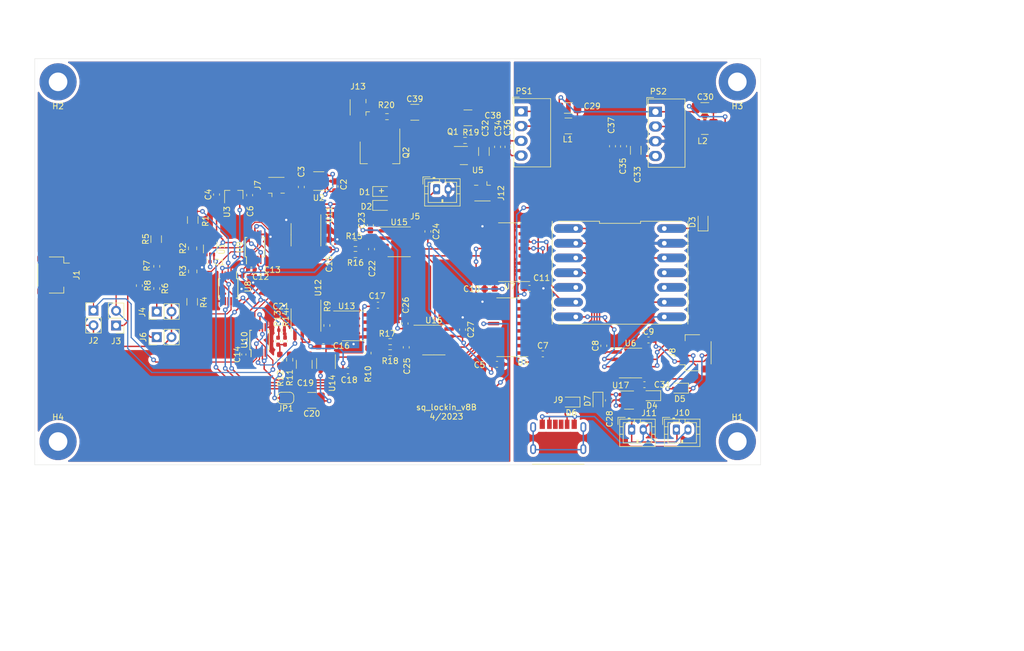
<source format=kicad_pcb>
(kicad_pcb (version 20211014) (generator pcbnew)
  (layers (0 "F.Cu" signal) (31 "B.Cu" signal) (34 "B.Paste" user) (35 "F.Paste" user) (36 "B.SilkS" user "B.Silkscreen") (37 "F.SilkS" user "F.Silkscreen") (38 "B.Mask" user) (39 "F.Mask" user) (44 "Edge.Cuts" user))
  (net 0 "")
  (net 1 "GND")
  (net 2 "Net-(C2-Pad1)")
  (net 3 "/vref")
  (net 4 "/I-")
  (net 5 "/I+")
  (net 6 "+3V3")
  (net 7 "/Sheet62237673/V-")
  (net 8 "/Sheet62237673/V+")
  (net 9 "VD")
  (net 10 "/Sheet624B5D4E/ctrl+")
  (net 11 "/Sheet624B5D4E/in+")
  (net 12 "/sheet624D2E57/V+")
  (net 13 "/sheet624D2E58/ctrl+")
  (net 14 "/Sheet621A3D16/in+")
  (net 15 "/Sheet621A3D16/in-")
  (net 16 "/sheet6256EE2A/out+")
  (net 17 "/sheet6256EE2A/out-")
  (net 18 "/sheet6256EE2A/ctrl+")
  (net 19 "/V-")
  (net 20 "/V+")
  (net 21 "Net-(J6-Pad1)")
  (net 22 "/Sheet6275CBF8/in+")
  (net 23 "/Sheet6275CBF8/in-")
  (net 24 "Net-(R1-Pad1)")
  (net 25 "Net-(R2-Pad2)")
  (net 26 "Net-(R9-Pad1)")
  (net 27 "Net-(C19-Pad1)")
  (net 28 "Net-(C22-Pad1)")
  (net 29 "/Sheet62237673/Clk_in")
  (net 32 "GNDD")
  (net 35 "Net-(U4-Pad2)")
  (net 36 "Net-(U4-Pad3)")
  (net 37 "Net-(U4-Pad4)")
  (net 38 "Net-(U4-Pad5)")
  (net 39 "Net-(U5-Pad9)")
  (net 42 "Net-(L1-Pad1)")
  (net 44 "/MC3.3")
  (net 45 "/power/digital")
  (net 46 "+5VD")
  (net 47 "Net-(U1-Pad6)")
  (net 48 "Net-(J4-Pad1)")
  (net 49 "GNDPWR")
  (net 50 "Net-(J8-Pad3)")
  (net 51 "Net-(J8-Pad4)")
  (net 52 "Net-(R9-Pad2)")
  (net 53 "Net-(L2-Pad1)")
  (net 54 "/analog")
  (net 55 "/tx")
  (net 56 "/rx")
  (net 57 "/Dout_V")
  (net 60 "/Dout_I")
  (net 61 "/P7")
  (net 62 "/P6")
  (net 64 "Net-(U12-Pad1)")
  (net 65 "Net-(U12-Pad6)")
  (net 67 "/sheet624D2E57/V-")
  (net 68 "Net-(C22-Pad2)")
  (net 69 "Net-(C25-Pad1)")
  (net 70 "Net-(C20-Pad1)")
  (net 71 "Net-(C20-Pad2)")
  (net 72 "Net-(C25-Pad2)")
  (net 73 "Net-(C28-Pad1)")
  (net 74 "Net-(C32-Pad1)")
  (net 75 "Net-(D2-Pad2)")
  (net 76 "Net-(C38-Pad1)")
  (net 77 "Net-(D6-Pad2)")
  (net 79 "/power/power_in")
  (net 80 "Net-(D6-Pad1)")
  (net 81 "unconnected-(J9-Pad0)")
  (net 84 "Net-(J12-Pad1)")
  (net 85 "Net-(C39-Pad1)")
  (net 86 "Net-(JP1-Pad2)")
  (net 87 "Net-(R12-Pad2)")
  (net 88 "Net-(C31-Pad1)")
  (footprint "Resistor_SMD:R_1206_3216Metric_Pad1.42x1.75mm_HandSolder" (layer "F.Cu") (at 137.2 77.8125 90)
    (fp_text reference "R1")
    (fp_text value "1M_0.1%")
  )
  (footprint "Resistor_SMD:R_1206_3216Metric_Pad1.42x1.75mm_HandSolder" (layer "F.Cu") (at 130.9 81.1125 90)
    (fp_text reference "R5")
    (fp_text value "1M_0.1%")
  )
  (footprint "Resistor_SMD:R_1206_3216Metric_Pad1.42x1.75mm_HandSolder" (layer "F.Cu") (at 137.1 91.9125 90)
    (fp_text reference "R4")
    (fp_text value "1M_0.1%")
  )
  (footprint "Resistor_SMD:R_0805_2012Metric_Pad1.15x1.40mm_HandSolder" (layer "F.Cu") (at 137.175 82.7 -90)
    (fp_text reference "R2")
    (fp_text value "75K_0.1%")
  )
  (footprint "Resistor_SMD:R_0603_1608Metric_Pad1.05x0.95mm_HandSolder" (layer "F.Cu") (at 131 89.625 -90)
    (fp_text reference "R6")
    (fp_text value "10K 0.1%")
  )
  (footprint "Connector_PinHeader_2.54mm:PinHeader_1x02_P2.54mm_Vertical" (layer "F.Cu") (at 131 93.6 90)
    (fp_text reference "J4")
    (fp_text value "Conn_01x02_Male_2.54mm")
  )
  (footprint "Capacitor_SMD:C_0603_1608Metric_Pad1.08x0.95mm_HandSolder" (layer "F.Cu") (at 161.7 72.025 90)
    (fp_text reference "C2")
    (fp_text value "1uF")
  )
  (footprint "Capacitor_SMD:C_0603_1608Metric_Pad1.08x0.95mm_HandSolder" (layer "F.Cu") (at 155.9 72.125 90)
    (fp_text reference "C3")
    (fp_text value "1uF")
  )
  (footprint "Package_TO_SOT_SMD:SOT-23-5" (layer "F.Cu") (at 158.9 71.1 180)
    (fp_text reference "U2")
    (fp_text value "LP5907MFX-3.3")
  )
  (footprint "Connector_JST:JST_PH_B2B-PH-K_1x02_P2.00mm_Vertical" (layer "F.Cu") (at 179.2 72.5)
    (fp_text reference "J5")
    (fp_text value "battery")
  )
  (footprint "Resistor_SMD:R_0603_1608Metric_Pad1.05x0.95mm_HandSolder" (layer "F.Cu") (at 131 85.8 90)
    (fp_text reference "R7")
    (fp_text value "100K_0.1%")
  )
  (footprint "Resistor_SMD:R_0805_2012Metric_Pad1.15x1.40mm_HandSolder" (layer "F.Cu") (at 137.2 86.675 -90)
    (fp_text reference "R3")
    (fp_text value "5K_0.1%")
  )
  (footprint "Connector_PinHeader_2.54mm:PinHeader_1x02_P2.54mm_Vertical" (layer "F.Cu") (at 131 98 90)
    (fp_text reference "J6")
    (fp_text value "Conn_01x02_Male_2.54mm")
  )
  (footprint "Capacitor_SMD:C_0603_1608Metric_Pad1.08x0.95mm_HandSolder" (layer "F.Cu") (at 141.3 73.425 90)
    (fp_text reference "C4")
    (fp_text value "1uF")
  )
  (footprint "Capacitor_SMD:C_0603_1608Metric_Pad1.08x0.95mm_HandSolder" (layer "F.Cu") (at 147 73.525 90)
    (fp_text reference "C6")
    (fp_text value "1uF")
  )
  (footprint "Resistor_SMD:R_0603_1608Metric_Pad1.05x0.95mm_HandSolder" (layer "F.Cu") (at 128 89.125 -90)
    (fp_text reference "R8")
    (fp_text value "1K 0.1%")
  )
  (footprint "Package_TO_SOT_SMD:SOT-23" (layer "F.Cu") (at 144.27 73.475 90)
    (fp_text reference "U3")
    (fp_text value "REF3325")
  )
  (footprint "Resistor_SMD:R_0603_1608Metric_Pad0.98x0.95mm_HandSolder" (layer "F.Cu") (at 165.225 83.76 180)
    (fp_text reference "R16")
    (fp_text value "100")
  )
  (footprint "Capacitor_SMD:C_0603_1608Metric_Pad1.08x0.95mm_HandSolder" (layer "F.Cu") (at 168 82.835 90)
    (fp_text reference "C22")
    (fp_text value "100nF")
  )
  (footprint "Capacitor_SMD:C_0603_1608Metric_Pad1.08x0.95mm_HandSolder" (layer "F.Cu") (at 167.8 78.735 90)
    (fp_text reference "C23")
    (fp_text value "100nF")
  )
  (footprint "Capacitor_SMD:C_0603_1608Metric_Pad1.08x0.95mm_HandSolder" (layer "F.Cu") (at 177.7 79.785 -90)
    (fp_text reference "C24")
    (fp_text value "100nF")
  )
  (footprint "Resistor_SMD:R_0603_1608Metric_Pad0.98x0.95mm_HandSolder" (layer "F.Cu") (at 165.225 81.86 180)
    (fp_text reference "R15")
    (fp_text value "100")
  )
  (footprint "Package_SO:SOP-8_3.9x4.9mm_P1.27mm" (layer "F.Cu") (at 172.75 81.58)
    (fp_text reference "U15")
    (fp_text value "HX710C")
  )
  (footprint "Capacitor_SMD:C_0603_1608Metric_Pad1.08x0.95mm_HandSolder" (layer "F.Cu") (at 173.775 95.665 90)
    (fp_text reference "C26")
    (fp_text value "100nF")
  )
  (footprint "Capacitor_SMD:C_0603_1608Metric_Pad1.08x0.95mm_HandSolder" (layer "F.Cu") (at 173.975 99.765 90)
    (fp_text reference "C25")
    (fp_text value "100nF")
  )
  (footprint "Resistor_SMD:R_0603_1608Metric_Pad0.98x0.95mm_HandSolder" (layer "F.Cu") (at 171.2 100.69 180)
    (fp_text reference "R18")
    (fp_text value "100")
  )
  (footprint "Resistor_SMD:R_0603_1608Metric_Pad0.98x0.95mm_HandSolder" (layer "F.Cu") (at 171.2 98.79 180)
    (fp_text reference "R17")
    (fp_text value "100")
  )
  (footprint "Capacitor_SMD:C_0603_1608Metric_Pad1.08x0.95mm_HandSolder" (layer "F.Cu") (at 183.675 96.715 -90)
    (fp_text reference "C27")
    (fp_text value "100nF")
  )
  (footprint "Package_SO:SOP-8_3.9x4.9mm_P1.27mm" (layer "F.Cu") (at 178.725 98.51)
    (fp_text reference "U16")
    (fp_text value "HX710C")
  )
  (footprint "Connector_PinHeader_2.54mm:PinHeader_1x02_P2.54mm_Vertical" (layer "F.Cu") (at 120.1 93.425)
    (fp_text reference "J2")
    (fp_text value "Conn_01x02_Male_2.54mm")
  )
  (footprint "Connector_PinHeader_2.54mm:PinHeader_1x02_P2.54mm_Vertical" (layer "F.Cu") (at 124 96 180)
    (fp_text reference "J3")
    (fp_text value "Conn_01x02_Male_2.54mm")
  )
  (footprint "Capacitor_SMD:C_0603_1608Metric_Pad1.08x0.95mm_HandSolder" (layer "F.Cu") (at 159.7 99.66)
    (fp_text reference "C16")
    (fp_text value "100nF")
  )
  (footprint "Capacitor_SMD:C_0603_1608Metric_Pad1.08x0.95mm_HandSolder" (layer "F.Cu") (at 169.1 92.5 180)
    (fp_text reference "C17")
    (fp_text value "100nF")
  )
  (footprint "Resistor_SMD:R_0603_1608Metric_Pad1.05x0.95mm_HandSolder" (layer "F.Cu") (at 160.3 96 -90)
    (fp_text reference "R9")
    (fp_text value "5.49K")
  )
  (footprint "Resistor_SMD:R_0603_1608Metric_Pad1.05x0.95mm_HandSolder" (layer "F.Cu") (at 167.4 100.76 90)
    (fp_text reference "R10")
    (fp_text value "10")
  )
  (footprint "Resistor_SMD:R_0402_1005Metric_Pad0.72x0.64mm_HandSolder" (layer "F.Cu") (at 151.9 98.7 -90)
    (fp_text reference "R13")
    (fp_text value "1K")
  )
  (footprint "Resistor_SMD:R_0402_1005Metric_Pad0.72x0.64mm_HandSolder" (layer "F.Cu") (at 153.1 98.7 90)
    (fp_text reference "R14")
    (fp_text value "1K")
  )
  (footprint "Package_SO:SOIC-8_3.9x4.9mm_P1.27mm" (layer "F.Cu") (at 164.9 96.06)
    (fp_text reference "U13")
    (fp_text value "INA826")
  )
  (footprint "Capacitor_SMD:C_0603_1608Metric_Pad1.08x0.95mm_HandSolder" (layer "F.Cu") (at 163.9375 103.8)
    (fp_text reference "C18")
    (fp_text value "100nF")
  )
  (footprint "Diode_SMD:D_SOD-323" (layer "F.Cu") (at 169.7 75.3)
    (fp_text reference "D2")
    (fp_text value "LBAT54HT1G")
  )
  (footprint "Diode_SMD:D_SOD-323" (layer "F.Cu") (at 169.7 72.9)
    (fp_text reference "D1")
    (fp_text value "LBAT54HT1G")
  )
  (footprint "Package_SO:SOIC-8_3.9x4.9mm_P1.27mm" (layer "F.Cu") (at 156.7 80.36 -90)
    (fp_text reference "U11")
    (fp_text value "OPA2388")
  )
  (footprint "Capacitor_SMD:C_0603_1608Metric_Pad1.08x0.95mm_HandSolder" (layer "F.Cu") (at 160.7 82.06 90)
    (fp_text reference "C15")
    (fp_text value "100nF")
  )
  (footprint "Package_SO:SOIC-8_3.9x4.9mm_P1.27mm" (layer "F.Cu") (at 156.7 95.06 -90)
    (fp_text reference "U12")
    (fp_text value "OPA2388")
  )
  (footprint "Package_TO_SOT_SMD:SOT-23-5" (layer "F.Cu") (at 160.15 102.55 -90)
    (fp_text reference "U14")
    (fp_text value "OPA388")
  )
  (footprint "Inductor_SMD:L_1210_3225Metric_Pad1.42x2.65mm_HandSolder" (layer "F.Cu") (at 201.9 61.6)
    (fp_text reference "L1")
    (fp_text value "6.8uH")
  )
  (footprint "Capacitor_SMD:C_1206_3216Metric_Pad1.33x1.80mm_HandSolder" (layer "F.Cu") (at 213.5 65.8 90)
    (fp_text reference "C33")
    (fp_text value "10uF_1206_50V")
  )
  (footprint "Connector_Coaxial:U.FL_Hirose_U.FL-R-SMT-1_Vertical" (layer "F.Cu") (at 151.6 72.3 90)
    (fp_text reference "J7")
    (fp_text value "Conn_Coaxial")
  )
  (footprint "Resistor_SMD:R_0603_1608Metric_Pad0.98x0.95mm_HandSolder" (layer "F.Cu") (at 170.65 60)
    (fp_text reference "R20")
    (fp_text value "1K")
  )
  (footprint "Converter_DCDC:Converter_DCDC_Murata_MEE1SxxxxSC_THT" (layer "F.Cu") (at 216.9 59.16)
    (fp_text reference "PS2")
    (fp_text value "B0305S-1WR2-0my_power")
  )
  (footprint "Diode_SMD:D_SOD-323" (layer "F.Cu") (at 202.4 109.2 180)
    (fp_text reference "D6")
    (fp_text value "LBAT54HT1G")
  )
  (footprint "MountingHole:MountingHole_3.2mm_M3_Pad" (layer "F.Cu") (at 114 54 180)
    (fp_text reference "H2")
    (fp_text value "MountingHole")
  )
  (footprint "Connector_JST:JST_SH_SM04B-SRSS-TB_1x04-1MP_P1.00mm_Horizontal" (layer "F.Cu") (at 223.8 100.7 90)
    (fp_text reference "J8")
    (fp_text value "JST_SH_Conn_01x04_i2c_horizontal")
  )
  (footprint "0project:DIP-XIAO-QTPY" (layer "F.Cu") (at 210.8 86.9 -90)
    (fp_text reference "U5")
    (fp_text value "seeed_rp2040")
  )
  (footprint "Capacitor_SMD:C_0402_1005Metric_Pad0.74x0.62mm_HandSolder" (layer "F.Cu") (at 146 101 90)
    (fp_text reference "C14")
    (fp_text value "100nF_0402")
  )
  (footprint "Connector_JST:JST_PH_B2B-PH-K_1x02_P2.00mm_Vertical" (layer "F.Cu") (at 220.5 113.95)
    (fp_text reference "J10")
    (fp_text value "battery")
  )
  (footprint "Capacitor_SMD:C_0603_1608Metric_Pad1.08x0.95mm_HandSolder" (layer "F.Cu") (at 188.3375 89.7 180)
    (fp_text reference "C10")
    (fp_text value "100nF")
  )
  (footprint "Package_TO_SOT_SMD:SOT-23-5" (layer "F.Cu") (at 212.35 108.85)
    (fp_text reference "U17")
    (fp_text value "LP5907MFX-3.3")
  )
  (footprint "Capacitor_SMD:C_0402_1005Metric" (layer "F.Cu") (at 139.7 85 180)
    (fp_text reference "C1")
    (fp_text value "100nF_0402")
  )
  (footprint "Connector_JST:JST_SH_SM04B-SRSS-TB_1x04-1MP_P1.00mm_Horizontal" (layer "F.Cu") (at 113.2 87.3 -90)
    (fp_text reference "J1")
    (fp_text value "Conn_01x04")
  )
  (footprint "Capacitor_SMD:C_0603_1608Metric_Pad1.08x0.95mm_HandSolder" (layer "F.Cu") (at 195.2 89.6)
    (fp_text reference "C11")
    (fp_text value "100nF")
  )
  (footprint "Connector_Coaxial:U.FL_Hirose_U.FL-R-SMT-1_Vertical" (layer "F.Cu") (at 187.1 72.7 -90)
    (fp_text reference "J12")
    (fp_text value "Conn_Coaxial")
  )
  (footprint "Package_SO:MSOP-10_3x3mm_P0.5mm" (layer "F.Cu") (at 143.3 89.6 -90)
    (fp_text reference "U8")
    (fp_text value "RS2105XN")
  )
  (footprint "Package_TO_SOT_SMD:SOT-363_SC-70-6" (layer "F.Cu") (at 140.2 82.8 -90)
    (fp_text reference "U1")
    (fp_text value "NC7SB3157P6X")
  )
  (footprint "Diode_SMD:D_SOD-323" (layer "F.Cu") (at 207 109 -90)
    (fp_text reference "D7")
    (fp_text value "LBAT54HT1G")
  )
  (footprint "Package_SO:SOIC-8_3.9x4.9mm_P1.27mm" (layer "F.Cu") (at 212.6 102.47)
    (fp_text reference "U6")
    (fp_text value "PI121")
  )
  (footprint "Capacitor_SMD:C_1210_3225Metric_Pad1.33x2.70mm_HandSolder" (layer "F.Cu") (at 175.45 59.25)
    (fp_text reference "C39")
    (fp_text value "47uF")
  )
  (footprint "Converter_DCDC:Converter_DCDC_Murata_MEE1SxxxxSC_THT" (layer "F.Cu") (at 193.7575 59.0925)
    (fp_text reference "PS1")
    (fp_text value "B0305S-1WR2-0my_power")
  )
  (footprint "Capacitor_SMD:C_0603_1608Metric_Pad1.08x0.95mm_HandSolder" (layer "F.Cu") (at 189.6 102.7)
    (fp_text reference "C5")
    (fp_text value "100nF")
  )
  (footprint "Capacitor_SMD:C_1210_3225Metric_Pad1.33x2.70mm_HandSolder" (layer "F.Cu") (at 156.4 102.7 -90)
    (fp_text reference "C19")
    (fp_text value "10uF")
  )
  (footprint "Package_TO_SOT_SMD:SOT-23" (layer "F.Cu") (at 183.9025 66.7075)
    (fp_text reference "Q1")
    (fp_text value "BC847C")
  )
  (footprint "Resistor_SMD:R_0603_1608Metric_Pad0.98x0.95mm_HandSolder" (layer "F.Cu") (at 153.9 101.9 -90)
    (fp_text reference "R11")
    (fp_text value "100")
  )
  (footprint "Capacitor_SMD:C_0402_1005Metric_Pad0.74x0.62mm_HandSolder" (layer "F.Cu") (at 146.3 87.5)
    (fp_text reference "C12")
    (fp_text value "100nF_0402")
  )
  (footprint "Package_SO:SOIC-16_3.9x9.9mm_P1.27mm" (layer "F.Cu") (at 191.5 96.3 180)
    (fp_text reference "U4")
    (fp_text value "pi162U")
  )
  (footprint "Jumper:SolderJumper-2_P1.3mm_Open_RoundedPad1.0x1.5mm" (layer "F.Cu") (at 153.2 108.5 180)
    (fp_text reference "JP1")
    (fp_text value "Jumper_2_Open")
  )
  (footprint "Diode_SMD:D_SOD-323" (layer "F.Cu") (at 216.3 108.1 180)
    (fp_text reference "D4")
    (fp_text value "LBAT54HT1G")
  )
  (footprint "Resistor_SMD:R_0603_1608Metric_Pad0.98x0.95mm_HandSolder" (layer "F.Cu") (at 152.2 101.9125 90)
    (fp_text reference "R12")
    (fp_text value "2K")
  )
  (footprint "Capacitor_SMD:C_0603_1608Metric_Pad1.08x0.95mm_HandSolder" (layer "F.Cu") (at 197.5 100.9)
    (fp_text reference "C7")
    (fp_text value "100nF")
  )
  (footprint "MountingHole:MountingHole_3.2mm_M3_Pad" (layer "F.Cu") (at 114 116)
    (fp_text reference "H4")
    (fp_text value "MountingHole")
  )
  (footprint "Capacitor_SMD:C_0402_1005Metric_Pad0.74x0.62mm_HandSolder" (layer "F.Cu") (at 147.3 86.3)
    (fp_text reference "C13")
    (fp_text value "100nF_0402")
  )
  (footprint "Diode_SMD:D_SOD-323" (layer "F.Cu") (at 221.1 106.8 180)
    (fp_text reference "D5")
    (fp_text value "LBAT54HT1G")
  )
  (footprint "Capacitor_SMD:C_0603_1608Metric_Pad1.08x0.95mm_HandSolder" (layer "F.Cu") (at 209.5 65.1 -90)
    (fp_text reference "C37")
    (fp_text value "10nF")
  )
  (footprint "Capacitor_SMD:C_1206_3216Metric_Pad1.33x1.80mm_HandSolder" (layer "F.Cu") (at 201.9 58.5 180)
    (fp_text reference "C29")
    (fp_text value "4.7uF_1206_50V")
  )
  (footprint "Resistor_SMD:R_0603_1608Metric_Pad0.98x0.95mm_HandSolder" (layer "F.Cu") (at 184.1025 64.1075 180)
    (fp_text reference "R19")
    (fp_text value "1K")
  )
  (footprint "Capacitor_SMD:C_1210_3225Metric_Pad1.33x2.70mm_HandSolder" (layer "F.Cu") (at 184.6 60.2)
    (fp_text reference "C38")
    (fp_text value "47uF")
  )
  (footprint "Package_TO_SOT_SMD:SOT-223-3_TabPin2" (layer "F.Cu") (at 169.45 66.2 -90)
    (fp_text reference "Q2")
    (fp_text value "FZT851TA")
  )
  (footprint "Capacitor_SMD:C_0603_1608Metric_Pad1.08x0.95mm_HandSolder" (layer "F.Cu") (at 189.7025 65.2075 -90)
    (fp_text reference "C34")
    (fp_text value "100nF")
  )
  (footprint "Package_SO:MSOP-10_3x3mm_P0.5mm" (layer "F.Cu") (at 147.9 82.5 90)
    (fp_text reference "U9")
    (fp_text value "RS2105XN")
  )
  (footprint "Capacitor_SMD:C_0603_1608Metric_Pad1.08x0.95mm_HandSolder" (layer "F.Cu") (at 208 99.5 90)
    (fp_text reference "C8")
    (fp_text value "100nF")
  )
  (footprint "MountingHole:MountingHole_3.2mm_M3_Pad" (layer "F.Cu") (at 231 116)
    (fp_text reference "H1")
    (fp_text value "MountingHole")
  )
  (footprint "Capacitor_SMD:C_1210_3225Metric_Pad1.33x2.70mm_HandSolder" (layer "F.Cu") (at 157.7 108.9 180)
    (fp_text reference "C20")
    (fp_text value "47uF")
  )
  (footprint "Capacitor_SMD:C_0402_1005Metric" (layer "F.Cu") (at 152.5 96.8 180)
    (fp_text reference "C21")
    (fp_text value "100nF_0402")
  )
  (footprint "Capacitor_SMD:C_0603_1608Metric_Pad1.08x0.95mm_HandSolder" (layer "F.Cu") (at 191.5025 65.2075 -90)
    (fp_text reference "C36")
    (fp_text value "10nF")
  )
  (footprint "Connector_JST:JST_PH_B2B-PH-K_1x02_P2.00mm_Vertical" (layer "F.Cu") (at 212.8 113.95)
    (fp_text reference "J11")
    (fp_text value "battery")
  )
  (footprint "Capacitor_SMD:C_0603_1608Metric_Pad1.08x0.95mm_HandSolder" (layer "F.Cu") (at 208.8 108.9 -90)
    (fp_text reference "C28")
    (fp_text value "1uF")
  )
  (footprint "0my_footprints6:my_HRO-TYPE-C-31-M-17" (layer "F.Cu") (at 200.155 112.53)
    (fp_text reference "J9")
    (fp_text value "USB_C_KoreanHroparts_6P")
  )
  (footprint "Capacitor_SMD:C_1206_3216Metric_Pad1.33x1.80mm_HandSolder" (layer "F.Cu") (at 225.4 58.5 180)
    (fp_text reference "C30")
    (fp_text value "4.7uF_1206_50V")
  )
  (footprint "Diode_SMD:D_SOD-323" (layer "F.Cu") (at 225.1 78.2 90)
    (fp_text reference "D3")
    (fp_text value "LBAT54HT1G")
  )
  (footprint "Connector_Coaxial:U.FL_Hirose_U.FL-R-SMT-1_Vertical" (layer "F.Cu") (at 166.15 58.4 180)
    (fp_text reference "J13")
    (fp_text value "Conn_Coaxial")
  )
  (footprint "Package_SO:MSOP-10_3x3mm_P0.5mm" (layer "F.Cu") (at 148.7 98.5 90)
    (fp_text reference "U10")
    (fp_text value "RS2105XN")
  )
  (footprint "Inductor_SMD:L_1210_3225Metric_Pad1.42x2.65mm_HandSolder" (layer "F.Cu") (at 225.4 61.7)
    (fp_text reference "L2")
    (fp_text value "6.8uH")
  )
  (footprint "Capacitor_SMD:C_1206_3216Metric_Pad1.33x1.80mm_HandSolder" (layer "F.Cu") (at 187.3525 66.0075 90)
    (fp_text reference "C32")
    (fp_text value "10uF_1206_50V")
  )
  (footprint "Package_SO:SOIC-16_3.9x9.9mm_P1.27mm" (layer "F.Cu") (at 191.8 83.36 180)
    (fp_text reference "U7")
    (fp_text value "pi142M31")
  )
  (footprint "Capacitor_SMD:C_0603_1608Metric_Pad1.08x0.95mm_HandSolder" (layer "F.Cu") (at 215 106.2)
    (fp_text reference "C31")
    (fp_text value "1uF")
  )
  (footprint "Capacitor_SMD:C_0603_1608Metric_Pad1.08x0.95mm_HandSolder" (layer "F.Cu") (at 211.4 65.1 -90)
    (fp_text reference "C35")
    (fp_text value "100nF")
  )
  (footprint "Capacitor_SMD:C_0603_1608Metric_Pad1.08x0.95mm_HandSolder" (layer "F.Cu") (at 215.7 98.5)
    (fp_text reference "C9")
    (fp_text value "100nF")
  )
  (footprint "MountingHole:MountingHole_3.2mm_M3_Pad" (layer "F.Cu") (at 231 54 180)
    (fp_text reference "H3")
    (fp_text value "MountingHole")
  )
  (gr_line (start 110 120) (end 110 50) (layer "Edge.Cuts") (width 0.05))
  (gr_line (start 235 50) (end 235 120) (layer "Edge.Cuts") (width 0.05))
  (gr_line (start 235 120) (end 110 120) (layer "Edge.Cuts") (width 0.05))
  (gr_line (start 110 50) (end 235 50) (layer "Edge.Cuts") (width 0.05))
  (gr_text "sq_lockin_v8B\n4/2023" (at 180.9 110.9) (layer "F.SilkS") (effects (font (size 1 1))))
  (gr_text "+" (at 169.7 72.7) (layer "F.SilkS") (effects (font (size 1 1))))
  (segment (start 161.7 71.15) (end 156 71.15) (width 0.25) (layer "F.Cu") (net 1))
  (segment (start 146 100.52) (end 146 99.4) (width 0.25) (layer "F.Cu") (net 1))
  (segment (start 154.795 92.585) (end 152.915 92.585) (width 0.25) (layer "F.Cu") (net 1))
  (segment (start 140.2 81.85) (end 140.2 80.9) (width 0.25) (layer "F.Cu") (net 1))
  (segment (start 190.8 101.6) (end 190.8 92.8) (width 0.25) (layer "F.Cu") (net 1))
  (segment (start 166.135 97.965) (end 164.9 99.2) (width 0.25) (layer "F.Cu") (net 1))
  (segment (start 159.4 102.6) (end 158.0625 102.6) (width 0.25) (layer "F.Cu") (net 1))
  (segment (start 189.325 78.915) (end 187.115 78.915) (width 0.25) (layer "F.Cu") (net 1))
  (segment (start 150.2 80.3) (end 150.6 80.7) (width 0.25) (layer "F.Cu") (net 1))
  (segment (start 152.915 92.585) (end 152.9 92.6) (width 0.25) (layer "F.Cu") (net 1))
  (segment (start 149.7 96.3) (end 150.1 95.9) (width 0.25) (layer "F.Cu") (net 1))
  (segment (start 146 99.58998) (end 146.08998 99.5) (width 0.25) (layer "F.Cu") (net 1))
  (segment (start 147.78 86.5) (end 147.78 86.3) (width 0.25) (layer "F.Cu") (net 1))
  (segment (start 193.7575 64.1725) (end 191.675 64.1725) (width 0.25) (layer "F.Cu") (net 1))
  (segment (start 139.2 85) (end 138.8 85.4) (width 0.25) (layer "F.Cu") (net 1))
  (segment (start 145.6 89.7) (end 146.5 89.7) (width 0.25) (layer "F.Cu") (net 1))
  (segment (start 152.98 96.8) (end 152.98 97.9825) (width 0.25) (layer "F.Cu") (net 1))
  (segment (start 145.224614 89.7) (end 145.6 89.7) (width 0.25) (layer "F.Cu") (net 1))
  (segment (start 143.8 87.4) (end 143.8 86) (width 0.25) (layer "F.Cu") (net 1))
  (segment (start 160.15 101.45) (end 160.15 100.0725) (width 0.25) (layer "F.Cu") (net 1))
  (segment (start 141.3 72.55) (end 144.195 72.55) (width 0.25) (layer "F.Cu") (net 1))
  (segment (start 164.44 99.66) (end 164.9 99.2) (width 0.25) (layer "F.Cu") (net 1))
  (segment (start 190.8 92.8) (end 189.855 91.855) (width 0.25) (layer "F.Cu") (net 1))
  (segment (start 154.795 93.56) (end 154.795 92.585) (width 0.25) (layer "F.Cu") (net 1))
  (segment (start 160.575 99.66) (end 164.44 99.66) (width 0.25) (layer "F.Cu") (net 1))
  (segment (start 167.375 97.965) (end 166.135 97.965) (width 0.25) (layer "F.Cu") (net 1))
  (segment (start 153.3 77.8) (end 154.71 77.8) (width 0.25) (layer "F.Cu") (net 1))
  (segment (start 146 99.4) (end 146.4 99) (width 0.25) (layer "F.Cu") (net 1))
  (segment (start 146 100.52) (end 146 99.58998) (width 0.25) (layer "F.Cu") (net 1))
  (segment (start 160.15 100.0725) (end 160.5625 99.66) (width 0.25) (layer "F.Cu") (net 1))
  (segment (start 183.675 94.625) (end 183.7 94.6) (width 0.25) (layer "F.Cu") (net 1))
  (segment (start 146.78 87.5) (end 147.78 86.5) (width 0.25) (layer "F.Cu") (net 1))
  (segment (start 190.4625 101.9375) (end 190.8 101.6) (width 0.25) (layer "F.Cu") (net 1))
  (segment (start 160.15 101.85) (end 159.4 102.6) (width 0.25) (layer "F.Cu") (net 1))
  (segment (start 142.8 91.8) (end 142.3 91.8) (width 0.25) (layer "F.Cu") (net 1))
  (segment (start 187.115 78.915) (end 187.1 78.9) (width 0.25) (layer "F.Cu") (net 1))
  (segment (start 190.4625 102.7) (end 190.4625 101.9375) (width 0.25) (layer "F.Cu") (net 1))
  (segment (start 158.0625 102.6) (end 156.4 104.2625) (width 0.25) (layer "F.Cu") (net 1))
  (segment (start 160.7 81.185) (end 162.075 81.185) (width 0.25) (layer "F.Cu") (net 1))
  (segment (start 144.6 85.2) (end 143.8 86) (width 0.25) (layer "F.Cu") (net 1))
  (segment (start 183.675 95.84) (end 183.675 94.625) (width 0.25) (layer "F.Cu") (net 1))
  (segment (start 143.8 87.4) (end 143.8 88.275386) (width 0.25) (layer "F.Cu") (net 1))
  (segment (start 150.1 95.9) (end 150.1 94.7) (width 0.25) (layer "F.Cu") (net 1))
  (segment (start 148.9 80.3) (end 150.2 80.3) (width 0.25) (layer "F.Cu") (net 1))
  (segment (start 146.5 89.7) (end 147.6 88.6) (width 0.25) (layer "F.Cu") (net 1))
  (segment (start 189.025 91.855) (end 187.145 91.855) (width 0.25) (layer "F.Cu") (net 1))
  (segment (start 143.8 88.275386) (end 145.224614 89.7) (width 0.25) (layer "F.Cu") (net 1))
  (segment (start 145.7 85.2) (end 144.6 85.2) (width 0.25) (layer "F.Cu") (net 1))
  (segment (start 187.145 91.855) (end 187.1 91.9) (width 0.25) (layer "F.Cu") (net 1))
  (segment (start 138.8 85.4) (end 138.8 85.9755) (width 0.25) (layer "F.Cu") (net 1))
  (segment (start 144.27 72.475) (end 146.825 72.475) (width 0.25) (layer "F.Cu") (net 1))
  (segment (start 162.075 81.185) (end 162.1 81.16) (width 0.25) (layer "F.Cu") (net 1))
  (via (at 187.1 78.9) (size 0.8) (drill 0.4) (layers "F.Cu" "B.Cu") (net 1))
  (via (at 152.9 92.6) (size 0.8) (drill 0.4) (layers "F.Cu" "B.Cu") (net 1))
  (via (at 164.9 99.2) (size 0.8) (drill 0.4) (layers "F.Cu" "B.Cu") (net 1))
  (via (at 150.6 80.7) (size 0.8) (drill 0.4) (layers "F.Cu" "B.Cu") (net 1))
  (via (at 146.4 99) (size 0.8) (drill 0.4) (layers "F.Cu" "B.Cu") (net 1))
  (via (at 153.3 77.8) (size 0.8) (drill 0.4) (layers "F.Cu" "B.Cu") (net 1))
  (via (at 138.8 85.9755) (size 0.8) (drill 0.4) (layers "F.Cu" "B.Cu") (net 1))
  (via (at 187.1 91.9) (size 0.8) (drill 0.4) (layers "F.Cu" "B.Cu") (net 1))
  (via (at 145.6 89.7) (size 0.8) (drill 0.4) (layers "F.Cu" "B.Cu") (net 1))
  (via (at 147.6 88.6) (size 0.8) (drill 0.4) (layers "F.Cu" "B.Cu") (net 1))
  (via (at 162.1 81.16) (size 0.8) (drill 0.4) (layers "F.Cu" "B.Cu") (net 1))
  (via (at 145.7 85.2) (size 0.8) (drill 0.4) (layers "F.Cu" "B.Cu") (net 1))
  (via (at 183.7 94.6) (size 0.8) (drill 0.4) (layers "F.Cu" "B.Cu") (net 1))
  (segment (start 150.6 80.5) (end 153.3 77.8) (width 0.25) (layer "B.Cu") (net 1))
  (segment (start 150.6 80.7) (end 150.6 80.5) (width 0.25) (layer "B.Cu") (net 1))
  (segment (start 160 72.05) (end 160 73.4) (width 0.25) (layer "F.Cu") (net 2))
  (segment (start 161.7 72.9) (end 160.85 72.9) (width 0.25) (layer "F.Cu") (net 2))
  (segment (start 160.85 72.9) (end 160 72.05) (width 0.25) (layer "F.Cu") (net 2))
  (segment (start 160 70.15) (end 161.05 70.15) (width 0.25) (layer "F.Cu") (net 2))
  (segment (start 161.05 70.15) (end 161.3 69.9) (width 0.25) (layer "F.Cu") (net 2))
  (segment (start 161.7 72.9) (end 168.65 72.9) (width 0.25) (layer "F.Cu") (net 2))
  (segment (start 168.65 75.3) (end 168.65 72.9) (width 0.25) (layer "F.Cu") (net 2))
  (via (at 160 73.4) (size 0.8) (drill 0.4) (layers "F.Cu" "B.Cu") (net 2))
  (via (at 161.3 69.9) (size 0.8) (drill 0.4) (layers "F.Cu" "B.Cu") (net 2))
  (segment (start 161.3 72.1) (end 160 73.4) (width 0.25) (layer "B.Cu") (net 2))
  (segment (start 161.3 69.9) (end 161.3 72.1) (width 0.25) (layer "B.Cu") (net 2))
  (segment (start 167.8 79.61) (end 166.55 79.61) (width 0.25) (layer "F.Cu") (net 3))
  (segment (start 166.55 79.61) (end 166.5 79.56) (width 0.25) (layer "F.Cu") (net 3))
  (segment (start 167.8 79.61) (end 170.06 79.61) (width 0.25) (layer "F.Cu") (net 3))
  (segment (start 173.775 96.54) (end 172.525 96.54) (width 0.25) (layer "F.Cu") (net 3))
  (segment (start 173.775 96.54) (end 176.035 96.54) (width 0.25) (layer "F.Cu") (net 3))
  (segment (start 172.525 96.54) (end 172.475 96.49) (width 0.25) (layer "F.Cu") (net 3))
  (segment (start 145.275402 91.8) (end 145.837701 91.237701) (width 0.25) (layer "F.Cu") (net 3))
  (segment (start 152.02 96.8) (end 152.02 97.9825) (width 0.25) (layer "F.Cu") (net 3))
  (segment (start 147 74.4) (end 145.295 74.4) (width 0.25) (layer "F.Cu") (net 3))
  (segment (start 148.4 75.8) (end 162.74 75.8) (width 0.25) (layer "F.Cu") (net 3))
  (segment (start 144.3 90.9) (end 142.3 88.9) (width 0.25) (layer "F.Cu") (net 3))
  (segment (start 144.3 91.8) (end 145.275402 91.8) (width 0.25) (layer "F.Cu") (net 3))
  (segment (start 152 95.7) (end 152 96.78) (width 0.25) (layer "F.Cu") (net 3))
  (segment (start 145.3 76.1) (end 145.3 74.555) (width 0.25) (layer "F.Cu") (net 3))
  (segment (start 142.3 87.4) (end 142.3 86.1) (width 0.25) (layer "F.Cu") (net 3))
  (segment (start 142.3 88.9) (end 142.3 87.4) (width 0.25) (layer "F.Cu") (net 3))
  (segment (start 162.74 75.8) (end 166.5 79.56) (width 0.25) (layer "F.Cu") (net 3))
  (segment (start 147 74.4) (end 148.4 75.8) (width 0.25) (layer "F.Cu") (net 3))
  (segment (start 144.3 91.8) (end 144.3 90.9) (width 0.25) (layer "F.Cu") (net 3))
  (via (at 166.5 79.56) (size 0.8) (drill 0.4) (layers "F.Cu" "B.Cu") (net 3))
  (via (at 172.475 96.49) (size 0.8) (drill 0.4) (layers "F.Cu" "B.Cu") (net 3))
  (via (at 152 95.7) (size 0.8) (drill 0.4) (layers "F.Cu" "B.Cu") (net 3))
  (via (at 145.3 76.1) (size 0.8) (drill 0.4) (layers "F.Cu" "B.Cu") (net 3))
  (via (at 142.3 86.1) (size 0.8) (drill 0.4) (layers "F.Cu" "B.Cu") (net 3))
  (via (at 145.837701 91.237701) (size 0.8) (drill 0.4) (layers "F.Cu" "B.Cu") (net 3))
  (segment (start 166.5 79.56) (end 169 79.56) (width 0.25) (layer "B.Cu") (net 3))
  (segment (start 147.6 93) (end 149.5 93) (width 0.25) (layer "B.Cu") (net 3))
  (segment (start 152 95.5) (end 152 95.7) (width 0.25) (layer "B.Cu") (net 3))
  (segment (start 145.3 84.249502) (end 145.3 76.1) (width 0.25) (layer "B.Cu") (net 3))
  (segment (start 169 79.56) (end 172.475 83.035) (width 0.25) (layer "B.Cu") (net 3))
  (segment (start 142.3 86.1) (end 143.449502 86.1) (width 0.25) (layer "B.Cu") (net 3))
  (segment (start 143.449502 86.1) (end 145.3 84.249502) (width 0.25) (layer "B.Cu") (net 3))
  (segment (start 172.475 83.035) (end 172.475 96.49) (width 0.25) (layer "B.Cu") (net 3))
  (segment (start 145.837701 91.237701) (end 147.6 93) (width 0.25) (layer "B.Cu") (net 3))
  (segment (start 149.5 93) (end 152 95.5) (width 0.25) (layer "B.Cu") (net 3))
  (segment (start 120.6 99.6) (end 120.1 99.1) (width 0.25) (layer "F.Cu") (net 4))
  (segment (start 120.1 99.1) (end 120.1 95.965) (width 0.25) (layer "F.Cu") (net 4))
  (segment (start 133.54 98) (end 131.94 99.6) (width 0.25) (layer "F.Cu") (net 4))
  (segment (start 115.2 88.8) (end 116.5 88.8) (width 0.2) (layer "F.Cu") (net 4))
  (segment (start 134.575 90.425) (end 137.1 90.425) (width 0.25) (layer "F.Cu") (net 4))
  (segment (start 133.54 93.6) (end 133.54 91.46) (width 0.25) (layer "F.Cu") (net 4))
  (segment (start 117.365 95.965) (end 120.1 95.965) (width 0.2) (layer "F.Cu") (net 4))
  (segment (start 116.5 88.8) (end 117 89.3) (width 0.2) (layer "F.Cu") (net 4))
  (segment (start 137.2 87.8) (end 137.2 90.325) (width 0.25) (layer "F.Cu") (net 4))
  (segment (start 133.54 98) (end 133.54 93.6) (width 0.25) (layer "F.Cu") (net 4))
  (segment (start 117 89.3) (end 117 95.6) (width 0.2) (layer "F.Cu") (net 4))
  (segment (start 131.94 99.6) (end 120.6 99.6) (width 0.25) (layer "F.Cu") (net 4))
  (segment (start 133.54 91.46) (end 134.575 90.425) (width 0.25) (layer "F.Cu") (net 4))
  (segment (start 117.365 95.965) (end 117 95.6) (width 0.2) (layer "F.Cu") (net 4))
  (segment (start 126 95.3) (end 125.3 96) (width 0.25) (layer "F.Cu") (net 5))
  (segment (start 117.5 85.8) (end 125.55 85.8) (width 0.25) (layer "F.Cu") (net 5))
  (segment (start 115.2 85.8) (end 117.5 85.8) (width 0.2) (layer "F.Cu") (net 5))
  (segment (start 140.414259 86.675) (end 143.789259 83.3) (width 0.2) (layer "F.Cu") (net 5))
  (segment (start 147.3 83.3) (end 147.4 83.4) (width 0.2) (layer "F.Cu") (net 5))
  (segment (start 125.3 96) (end 124 96) (width 0.25) (layer "F.Cu") (net 5))
  (segment (start 128 88.25) (end 126 90.25) (width 0.25) (layer "F.Cu") (net 5))
  (segment (start 147.4 83.3) (end 147.4 84.7) (width 0.2) (layer "F.Cu") (net 5))
  (segment (start 148.4 82.3) (end 147.4 83.3) (width 0.2) (layer "F.Cu") (net 5))
  (segment (start 128.5 88.75) (end 128 88.25) (width 0.25) (layer "F.Cu") (net 5))
  (segment (start 126 90.25) (end 126 95.3) (width 0.25) (layer "F.Cu") (net 5))
  (segment (start 131 88.75) (end 128.5 88.75) (width 0.25) (layer "F.Cu") (net 5))
  (segment (start 125.55 85.8) (end 128 88.25) (width 0.25) (layer "F.Cu") (net 5))
  (segment (start 143.789259 83.3) (end 147.3 83.3) (width 0.2) (layer "F.Cu") (net 5))
  (segment (start 147.4 83.4) (end 147.4 84.7) (width 0.2) (layer "F.Cu") (net 5))
  (segment (start 131 88.75) (end 131 86.7) (width 0.25) (layer "F.Cu") (net 5))
  (segment (start 148.4 80.3) (end 148.4 82.3) (width 0.2) (layer "F.Cu") (net 5))
  (segment (start 131 86.675) (end 140.414259 86.675) (width 0.2) (layer "F.Cu") (net 5))
  (segment (start 157.8 72.05) (end 156.85 72.05) (width 0.25) (layer "F.Cu") (net 6))
  (segment (start 156.85 72.05) (end 155.9 73) (width 0.25) (layer "F.Cu") (net 6))
  (segment (start 177.7 80.66) (end 177.7 81.86) (width 0.25) (layer "F.Cu") (net 6))
  (segment (start 177.7 81.86) (end 177.9 82.06) (width 0.25) (layer "F.Cu") (net 6))
  (segment (start 175.375 80.945) (end 177.415 80.945) (width 0.25) (layer "F.Cu") (net 6))
  (segment (start 181.35 97.875) (end 183.39 97.875) (width 0.25) (layer "F.Cu") (net 6))
  (segment (start 183.675 98.79) (end 183.875 98.99) (width 0.25) (layer "F.Cu") (net 6))
  (segment (start 183.675 97.59) (end 183.675 98.79) (width 0.25) (layer "F.Cu") (net 6))
  (segment (start 163.075 102.525) (end 163.1 102.5) (width 0.25) (layer "F.Cu") (net 6))
  (segment (start 179.20048 76.40048) (end 179.2 76.4) (width 0.25) (layer "F.Cu") (net 6))
  (segment (start 168.8 94.2) (end 167.42 94.2) (width 0.25) (layer "F.Cu") (net 6))
  (segment (start 158.825 99.66) (end 157.9 99.66) (width 0.25) (layer "F.Cu") (net 6))
  (segment (start 187.5 101.4625) (end 188.7375 102.7) (width 0.25) (layer "F.Cu") (net 6))
  (segment (start 161.975 82.935) (end 162 82.96) (width 0.25) (layer "F.Cu") (net 6))
  (segment (start 144.382604 84.1423) (end 145.666914 84.1423) (width 0.25) (layer "F.Cu") (net 6))
  (segment (start 178.94 80.66) (end 177.7 80.66) (width 0.25) (layer "F.Cu") (net 6))
  (segment (start 189.2 89.7) (end 189.2 87.93) (width 0.25) (layer "F.Cu") (net 6))
  (segment (start 188.7375 102.7) (end 188.7375 103.9625) (width 0.25) (layer "F.Cu") (net 6))
  (segment (start 157.465 99.66) (end 158.8375 99.66) (width 0.25) (layer "F.Cu") (net 6))
  (segment (start 147.7 100.7) (end 147.7 101.5) (width 0.25) (layer "F.Cu") (net 6))
  (segment (start 141.3 80.1) (end 142.4 81.2) (width 0.25) (layer "F.Cu") (net 6))
  (segment (start 142.4 81.2) (end 142.4 81.7) (width 0.25) (layer "F.Cu") (net 6))
  (segment (start 146.424511 85.775489) (end 145.7 86.5) (width 0.25) (layer "F.Cu") (net 6))
  (segment (start 163.075 103.8) (end 163.075 102.525) (width 0.25) (layer "F.Cu") (net 6))
  (segment (start 158.605 97.535) (end 158.605 99.44) (width 0.25) (layer "F.Cu") (net 6))
  (segment (start 145.82 87.5) (end 145.82 86.62) (width 0.25) (layer "F.Cu") (net 6))
  (segment (start 167.251478 75.0755) (end 168.575978 76.4) (width 0.25) (layer "F.Cu") (net 6))
  (segment (start 157.9755 75.0755) (end 160.9 75.0755) (width 0.25) (layer "F.Cu") (net 6))
  (segment (start 158.605 82.835) (end 160.6 82.835) (width 0.25) (layer "F.Cu") (net 6))
  (segment (start 145.666914 84.1423) (end 146.424511 84.899897) (width 0.25) (layer "F.Cu") (net 6))
  (segment (start 145.36548 100.85241) (end 145.36548 95.145276) (width 0.25) (layer "F.Cu") (net 6))
  (segment (start 146.39548 101.77548) (end 146.1 101.48) (width 0.25) (layer "F.Cu") (net 6))
  (segment (start 146.82 86.3) (end 145.82 87.3) (width 0.25) (layer "F.Cu") (net 6))
  (segment (start 145.82 87.3) (end 145.82 87.5) (width 0.25) (layer "F.Cu") (net 6))
  (segment (start 155.9 73) (end 157.9755 75.0755) (width 0.25) (layer "F.Cu") (net 6))
  (segment (start 189.025 100.745) (end 187.555 100.745) (width 0.25) (layer "F.Cu") (net 6))
  (segment (start 140.18 85) (end 140.18 85.88) (width 0.25) (layer "F.Cu") (net 6))
  (segment (start 146.424511 84.899897) (end 146.424511 85.775489) (width 0.25) (layer "F.Cu") (net 6))
  (segment (start 144.3 87.4) (end 145.72 87.4) (width 0.25) (layer "F.Cu") (net 6))
  (segment (start 168.575978 76.4) (end 179.2 76.4) (width 0.25) (layer "F.Cu") (net 6))
  (segment (start 146.9 84.7) (end 146.9 86.22) (width 0.25) (layer "F.Cu") (net 6))
  (segment (start 179.4 80.2) (end 178.94 80.66) (width 0.25) (layer "F.Cu") (net 6))
  (segment (start 154.2 74.7) (end 155.9 73) (width 0.25) (layer "F.Cu") (net 6))
  (segment (start 147.7 101.5) (end 147.42452 101.77548) (width 0.25) (layer "F.Cu") (net 6))
  (segment (start 168.2375 92.5) (end 168.2375 93.6375) (width 0.25) (layer "F.Cu") (net 6))
  (segment (start 145.36548 95.145276) (end 148.905378 91.605378) (width 0.25) (layer "F.Cu") (net 6))
  (segment (start 179.2 76.4) (end 179.4 76.4) (width 0.25) (layer "F.Cu") (net 6))
  (segment (start 145.82 86.62) (end 145.7 86.5) (width 0.25) (layer "F.Cu") (net 6))
  (segment (start 187.555 100.745) (end 187.5 100.8) (width 0.25) (layer "F.Cu") (net 6))
  (segment (start 168.2375 93.6375) (end 168.8 94.2) (width 0.25) (layer "F.Cu") (net 6))
  (segment (start 188.7375 103.9625) (end 188.6 104.1) (width 0.25) (layer "F.Cu") (net 6))
  (segment (start 140.18 85) (end 140.18 83.77) (width 0.25) (layer "F.Cu") (net 6))
  (segment (start 145.99307 101.48) (end 145.36548 100.85241) (width 0.25) (layer "F.Cu") (net 6))
  (segment (start 140.18 85.88) (end 140.2 85.9) (width 0.25) (layer "F.Cu") (net 6))
  (segment (start 147.42452 101.77548) (end 146.39548 101.77548) (width 0.25) (layer "F.Cu") (net 6))
  (segment (start 187.5 100.8) (end 187.5 101.4625) (width 0.25) (layer "F.Cu") (net 6))
  (segment (start 179.4 76.4) (end 179.4 80.2) (width 0.25) (layer "F.Cu") (net 6))
  (segment (start 141.3 74.3) (end 141.3 80.1) (width 0.25) (layer "F.Cu") (net 6))
  (segment (start 152.95 74.7) (end 154.2 74.7) (width 0.25) (layer "F.Cu") (net 6))
  (segment (start 160.9 75.0755) (end 167.251478 75.0755) (width 0.25) (layer "F.Cu") (net 6))
  (segment (start 142.4 81.7) (end 144.2245 81.7) (width 0.25) (layer "F.Cu") (net 6))
  (segment (start 141.3 74.3) (end 143.145 74.3) (width 0.25) (layer "F.Cu") (net 6))
  (segment (start 160.7 82.935) (end 161.975 82.935) (width 0.25) (layer "F.Cu") (net 6))
  (segment (start 151.6 73.35) (end 152.95 74.7) (width 0.25) (layer "F.Cu") (net 6))
  (segment (start 144.2245 81.7) (end 144.4 81.8755) (width 0.25) (layer "F.Cu") (net 6))
  (segment (start 161.1 103.65) (end 163.1125 103.65) (width 0.25) (layer "F.Cu") (net 6))
  (segment (start 166.8 92.7) (end 168.0375 92.7) (width 0.25) (layer "F.Cu") (net 6))
  (segment (start 189.2 89.7) (end 190.5 89.7) (width 0.25) (layer "F.Cu") (net 6))
  (segment (start 157.5 99.6) (end 158.7775 99.6) (width 0.25) (layer "F.Cu") (net 6))
  (via (at 177.9 82.06) (size 0.8) (drill 0.4) (layers "F.Cu" "B.Cu") (net 6))
  (via (at 183.875 98.99) (size 0.8) (drill 0.4) (layers "F.Cu" "B.Cu") (net 6))
  (via (at 140.2 85.9) (size 0.8) (drill 0.4) (layers "F.Cu" "B.Cu") (net 6))
  (via (at 157.5 99.6) (size 0.8) (drill 0.4) (layers "F.Cu" "B.Cu") (net 6))
  (via (at 188.6 104.1) (size 0.8) (drill 0.4) (layers "F.Cu" "B.Cu") (net 6))
  (via (at 162 82.96) (size 0.8) (drill 0.4) (layers "F.Cu" "B.Cu") (net 6))
  (via (at 145.7 86.5) (size 0.8) (drill 0.4) (layers "F.Cu" "B.Cu") (net 6))
  (via (at 163.1 102.5) (size 0.8) (drill 0.4) (layers "F.Cu" "B.Cu") (net 6))
  (via (at 190.5 89.7) (size 0.8) (drill 0.4) (layers "F.Cu" "B.Cu") (net 6))
  (via (at 148.905378 91.605378) (size 0.8) (drill 0.4) (layers "F.Cu" "B.Cu") (net 6))
  (via (at 144.4 81.8755) (size 0.8) (drill 0.4) (layers "F.Cu" "B.Cu") (net 6))
  (via (at 144.382604 84.1423) (size 0.8) (drill 0.4) (layers "F.Cu" "B.Cu") (net 6))
  (via (at 166.8 92.7) (size 0.8) (drill 0.4) (layers "F.Cu" "B.Cu") (net 6))
  (via (at 160.9 75.0755) (size 0.8) (drill 0.4) (layers "F.Cu" "B.Cu") (net 6))
  (via (at 142.4 81.7) (size 0.8) (drill 0.4) (layers "F.Cu" "B.Cu") (net 6))
  (segment (start 144.4 84.124904) (end 144.382604 84.1423) (width 0.25) (layer "B.Cu") (net 6))
  (segment (start 162.5 99.96) (end 163.1 100.56) (width 0.25) (layer "B.Cu") (net 6))
  (segment (start 144.4 81.8755) (end 144.4 84.124904) (width 0.25) (layer "B.Cu") (net 6))
  (segment (start 158.175489 86.824511) (end 146.024511 86.824511) (width 0.25) (layer "B.Cu") (net 6))
  (segment (start 146.024511 86.824511) (end 145.7 86.5) (width 0.25) (layer "B.Cu") (net 6))
  (segment (start 177.9 93.2) (end 183.69 98.99) (width 0.25) (layer "B.Cu") (net 6))
  (segment (start 145.7 87.8) (end 148.905378 91.005378) (width 0.25) (layer "B.Cu") (net 6))
  (segment (start 160.9 81.86) (end 162 82.96) (width 0.25) (layer "B.Cu") (net 6))
  (segment (start 149.580764 91.605378) (end 148.905378 91.605378) (width 0.25) (layer "B.Cu") (net 6))
  (segment (start 163.1 100.56) (end 163.1 102.5) (width 0.25) (layer "B.Cu") (net 6))
  (segment (start 157.6 99.96) (end 157.6 99.624614) (width 0.25) (layer "B.Cu") (net 6))
  (segment (start 157.6 99.624614) (end 149.580764 91.605378) (width 0.25) (layer "B.Cu") (net 6))
  (segment (start 185.54 89.7) (end 177.9 82.06) (width 0.25) (layer "B.Cu") (net 6))
  (segment (start 188.6 104.1) (end 183.875 99.375) (width 0.25) (layer "B.Cu") (net 6))
  (segment (start 162 83) (end 158.175489 86.824511) (width 0.25) (layer "B.Cu") (net 6))
  (segment (start 166.5 100.56) (end 166.5 93) (width 0.25) (layer "B.Cu") (net 6))
  (segment (start 162 82.96) (end 162 83) (width 0.25) (layer "B.Cu") (net 6))
  (segment (start 190.5 89.7) (end 185.54 89.7) (width 0.25) (layer "B.Cu") (net 6))
  (segment (start 166.5 100.56) (end 163.1 100.56) (width 0.25) (layer "B.Cu") (net 6))
  (segment (start 142.4 81.7) (end 140.2 83.9) (width 0.25) (layer "B.Cu") (net 6))
  (segment (start 140.2 83.9) (end 140.2 85.9) (width 0.25) (layer "B.Cu") (net 6))
  (segment (start 145.7 86.5) (end 145.7 87.8) (width 0.25) (layer "B.Cu") (net 6))
  (segment (start 177.9 82.06) (end 177.9 93.2) (width 0.25) (layer "B.Cu") (net 6))
  (segment (start 157.6 99.96) (end 162.5 99.96) (width 0.25) (layer "B.Cu") (net 6))
  (segment (start 148.905378 91.005378) (end 148.905378 91.605378) (width 0.25) (layer "B.Cu") (net 6))
  (segment (start 183.69 98.99) (end 183.875 98.99) (width 0.25) (layer "B.Cu") (net 6))
  (segment (start 160.9 75.0755) (end 160.9 81.86) (width 0.25) (layer "B.Cu") (net 6))
  (segment (start 166.5 93) (end 166.8 92.7) (width 0.25) (layer "B.Cu") (net 6))
  (segment (start 183.875 99.375) (end 183.875 98.99) (width 0.25) (layer "B.Cu") (net 6))
  (segment (start 158.605 77.885) (end 160.85 77.885) (width 0.25) (layer "F.Cu") (net 7))
  (segment (start 158.5 76.56) (end 158.605 76.665) (width 0.25) (layer "F.Cu") (net 7))
  (segment (start 163.435 81.86) (end 164.35 81.86) (width 0.25) (layer "F.Cu") (net 7))
  (segment (start 157.335 76.525) (end 157.37 76.56) (width 0.25) (layer "F.Cu") (net 7))
  (segment (start 157.37 76.56) (end 158.5 76.56) (width 0.25) (layer "F.Cu") (net 7))
  (segment (start 158.605 76.665) (end 158.605 77.885) (width 0.25) (layer "F.Cu") (net 7))
  (segment (start 163.435 80.47) (end 163.435 81.86) (width 0.25) (layer "F.Cu") (net 7))
  (segment (start 160.85 77.885) (end 163.435 80.47) (width 0.25) (layer "F.Cu") (net 7))
  (segment (start 157.335 77.885) (end 157.335 76.525) (width 0.25) (layer "F.Cu") (net 7))
  (segment (start 157.335 83.925) (end 157.335 82.835) (width 0.25) (layer "F.Cu") (net 8))
  (segment (start 158.185 84.66) (end 163.925 84.66) (width 0.25) (layer "F.Cu") (net 8))
  (segment (start 157.335 82.835) (end 157.335 83.81) (width 0.25) (layer "F.Cu") (net 8))
  (segment (start 163.925 84.66) (end 164.35 84.235) (width 0.25) (layer "F.Cu") (net 8))
  (segment (start 157.2 84.06) (end 157.335 83.925) (width 0.25) (layer "F.Cu") (net 8))
  (segment (start 156.065 82.835) (end 156.065 83.925) (width 0.25) (layer "F.Cu") (net 8))
  (segment (start 164.35 84.235) (end 164.35 83.76) (width 0.25) (layer "F.Cu") (net 8))
  (segment (start 156.2 84.06) (end 157.2 84.06) (width 0.25) (layer "F.Cu") (net 8))
  (segment (start 157.335 83.81) (end 158.185 84.66) (width 0.25) (layer "F.Cu") (net 8))
  (segment (start 156.065 83.925) (end 156.2 84.06) (width 0.25) (layer "F.Cu") (net 8))
  (segment (start 226.8875 61.7) (end 226.8875 58.575) (width 0.25) (layer "F.Cu") (net 9))
  (segment (start 214.8375 98.5) (end 214.8375 97.3375) (width 0.25) (layer "F.Cu") (net 9))
  (segment (start 226.9625 58.5) (end 224.9625 56.5) (width 0.25) (layer "F.Cu") (net 9))
  (segment (start 215.8 96.3) (end 227.3 96.3) (width 0.25) (layer "F.Cu") (net 9))
  (segment (start 222.15 106.8) (end 223.4 106.8) (width 0.25) (layer "F.Cu") (net 9))
  (segment (start 215.075 100.565) (end 215.075 98.7375) (width 0.25) (layer "F.Cu") (net 9))
  (segment (start 214.8 97.3) (end 215.8 96.3) (width 0.25) (layer "F.Cu") (net 9))
  (segment (start 224.9625 56.5) (end 203.9 56.5) (width 0.25) (layer "F.Cu") (net 9))
  (segment (start 215.075 98.7375) (end 214.8375 98.5) (width 0.25) (layer "F.Cu") (net 9))
  (segment (start 203.9 56.5) (end 203.4625 56.9375) (width 0.25) (layer "F.Cu") (net 9))
  (segment (start 225.6 101.2) (end 227.3 99.5) (width 0.25) (layer "F.Cu") (net 9))
  (segment (start 226.8625 95.8625) (end 226.8625 61.725) (width 0.25) (layer "F.Cu") (net 9))
  (segment (start 217.35 108.1) (end 222.1 108.1) (width 0.25) (layer "F.Cu") (net 9))
  (segment (start 203.4625 56.9375) (end 203.4625 58.5) (width 0.25) (layer "F.Cu") (net 9))
  (segment (start 224.9 101.2) (end 225.6 101.2) (width 0.25) (layer "F.Cu") (net 9))
  (segment (start 227.3 96.3) (end 226.8625 95.8625) (width 0.25) (layer "F.Cu") (net 9))
  (segment (start 214.8375 97.3375) (end 214.8 97.3) (width 0.25) (layer "F.Cu") (net 9))
  (segment (start 222.1 108.1) (end 223.4 106.8) (width 0.25) (layer "F.Cu") (net 9))
  (segment (start 203.4625 58.5) (end 203.4625 61.525) (width 0.25) (layer "F.Cu") (net 9))
  (segment (start 227.3 99.5) (end 227.3 96.3) (width 0.25) (layer "F.Cu") (net 9))
  (via (at 224.9 101.2) (size 0.8) (drill 0.4) (layers "F.Cu" "B.Cu") (net 9))
  (via (at 223.4 106.8) (size 0.8) (drill 0.4) (layers "F.Cu" "B.Cu") (net 9))
  (segment (start 223.4 106.8) (end 224.9 105.3) (width 0.25) (layer "B.Cu") (net 9))
  (segment (start 224.9 105.3) (end 224.9 101.2) (width 0.25) (layer "B.Cu") (net 9))
  (segment (start 148.4 84.7) (end 148.4 85.6) (width 0.25) (layer "F.Cu") (net 10))
  (segment (start 146.34952 105.84952) (end 179.957632 105.84952) (width 0.25) (layer "F.Cu") (net 10))
  (segment (start 187.602152 98.205) (end 189.025 98.205) (width 0.25) (layer "F.Cu") (net 10))
  (segment (start 148.9 89.2) (end 148.9 86.1) (width 0.25) (layer "F.Cu") (net 10))
  (segment (start 148.2 78.9) (end 147.9 79.2) (width 0.25) (layer "F.Cu") (net 10))
  (segment (start 143.9 103.4) (end 146.34952 105.84952) (width 0.25) (layer "F.Cu") (net 10))
  (segment (start 144.4 93.7) (end 148.9 89.2) (width 0.25) (layer "F.Cu") (net 10))
  (segment (start 147.9 79.2) (end 147.9 80.3) (width 0.25) (layer "F.Cu") (net 10))
  (segment (start 148.4 85.6) (end 148.9 86.1) (width 0.25) (layer "F.Cu") (net 10))
  (segment (start 179.957632 105.84952) (end 187.602152 98.205) (width 0.25) (layer "F.Cu") (net 10))
  (via (at 144.4 93.7) (size 0.8) (drill 0.4) (layers "F.Cu" "B.Cu") (net 10))
  (via (at 148.2 78.9) (size 0.8) (drill 0.4) (layers "F.Cu" "B.Cu") (net 10))
  (via (at 148.9 86.1) (size 0.8) (drill 0.4) (layers "F.Cu" "B.Cu") (net 10))
  (via (at 143.9 103.4) (size 0.8) (drill 0.4) (layers "F.Cu" "B.Cu") (net 10))
  (segment (start 148.3 78.8) (end 148.2 78.9) (width 0.25) (layer "B.Cu") (net 10))
  (segment (start 143.775489 94.324511) (end 144.4 93.7) (width 0.25) (layer "B.Cu") (net 10))
  (segment (start 149.624511 85.375489) (end 149.624511 79.424511) (width 0.25) (layer "B.Cu") (net 10))
  (segment (start 143.9 103.4) (end 143.775489 103.275489) (width 0.25) (layer "B.Cu") (net 10))
  (segment (start 149 78.8) (end 148.3 78.8) (width 0.25) (layer "B.Cu") (net 10))
  (segment (start 148.9 86.1) (end 149.624511 85.375489) (width 0.25) (layer "B.Cu") (net 10))
  (segment (start 143.775489 103.275489) (end 143.775489 94.324511) (width 0.25) (layer "B.Cu") (net 10))
  (segment (start 149.624511 79.424511) (end 149 78.8) (width 0.25) (layer "B.Cu") (net 10))
  (segment (start 148.9 83.400011) (end 148.900011 83.4) (width 0.25) (layer "F.Cu") (net 11))
  (segment (start 146.9 80.3) (end 146.9 81.5) (width 0.25) (layer "F.Cu") (net 11))
  (segment (start 148.9 84.7) (end 148.9 83.400011) (width 0.25) (layer "F.Cu") (net 11))
  (segment (start 145.5 82.6) (end 146.9 81.2) (width 0.25) (layer "F.Cu") (net 11))
  (segment (start 146.9 81.5) (end 147.3 81.9) (width 0.25) (layer "F.Cu") (net 11))
  (segment (start 146.9 81.2) (end 146.9 80.3) (width 0.25) (layer "F.Cu") (net 11))
  (segment (start 131 84.95) (end 131 82.7) (width 0.25) (layer "F.Cu") (net 11))
  (segment (start 130.9 82.6) (end 145.5 82.6) (width 0.25) (layer "F.Cu") (net 11))
  (via (at 148.900011 83.4) (size 0.8) (drill 0.4) (layers "F.Cu" "B.Cu") (net 11))
  (via (at 147.3 81.9) (size 0.8) (drill 0.4) (layers "F.Cu" "B.Cu") (net 11))
  (segment (start 147.5 81.9) (end 148.9 83.3) (width 0.25) (layer "B.Cu") (net 11))
  (segment (start 147.3 81.9) (end 147.5 81.9) (width 0.25) (layer "B.Cu") (net 11))
  (segment (start 167.375 95.425) (end 169.525 95.425) (width 0.2) (layer "F.Cu") (net 12))
  (segment (start 169.525 95.425) (end 171.2 97.1) (width 0.2) (layer "F.Cu") (net 12))
  (segment (start 171.2 98.29451) (end 171.17501 98.3195) (width 0.2) (layer "F.Cu") (net 12))
  (segment (start 170.325 100.69) (end 170.85 100.69) (width 0.25) (layer "F.Cu") (net 12))
  (segment (start 171.17501 100.36499) (end 171.17501 98.3195) (width 0.25) (layer "F.Cu") (net 12))
  (segment (start 170.85 100.69) (end 171.17501 100.36499) (width 0.25) (layer "F.Cu") (net 12))
  (segment (start 171.2 97.1) (end 171.2 98.29451) (width 0.2) (layer "F.Cu") (net 12))
  (segment (start 187.865 96.935) (end 189.025 96.935) (width 0.25) (layer "F.Cu") (net 13))
  (segment (start 149.5 103.5) (end 151.4 105.4) (width 0.25) (layer "F.Cu") (net 13))
  (segment (start 179.771434 105.4) (end 187.7 97.471434) (width 0.25) (layer "F.Cu") (net 13))
  (segment (start 187.7 97.471434) (end 187.7 97.1) (width 0.25) (layer "F.Cu") (net 13))
  (segment (start 149.2 101.8) (end 149.5 102.1) (width 0.25) (layer "F.Cu") (net 13))
  (segment (start 148.772065 94.172065) (end 148.712299 94.112299) (width 0.25) (layer "F.Cu") (net 13))
  (segment (start 149.5 102.1) (end 149.5 103.5) (width 0.25) (layer "F.Cu") (net 13))
  (segment (start 151.4 105.4) (end 179.771434 105.4) (width 0.25) (layer "F.Cu") (net 13))
  (segment (start 148.7 96.3) (end 148.7 95.35) (width 0.25) (layer "F.Cu") (net 13))
  (segment (start 148.7 95.35) (end 148.772065 95.277935) (width 0.25) (layer "F.Cu") (net 13))
  (segment (start 187.7 97.1) (end 187.865 96.935) (width 0.25) (layer "F.Cu") (net 13))
  (segment (start 148.772065 95.277935) (end 148.772065 94.172065) (width 0.25) (layer "F.Cu") (net 13))
  (segment (start 149.2 100.7) (end 149.2 101.8) (width 0.25) (layer "F.Cu") (net 13))
  (via (at 149.5 102.1) (size 0.8) (drill 0.4) (layers "F.Cu" "B.Cu") (net 13))
  (via (at 148.712299 94.112299) (size 0.8) (drill 0.4) (layers "F.Cu" "B.Cu") (net 13))
  (segment (start 149.924511 95.324511) (end 148.712299 94.112299) (width 0.25) (layer "B.Cu") (net 13))
  (segment (start 149.924511 101.675489) (end 149.924511 95.324511) (width 0.25) (layer "B.Cu") (net 13))
  (segment (start 149.5 102.1) (end 149.924511 101.675489) (width 0.25) (layer "B.Cu") (net 13))
  (segment (start 154.795 84.105) (end 154.5 84.4) (width 0.2) (layer "F.Cu") (net 14))
  (segment (start 147.9 84.7) (end 147.9 83.365006) (width 0.2) (layer "F.Cu") (net 14))
  (segment (start 147.9 83.365006) (end 149.065006 82.2) (width 0.2) (layer "F.Cu") (net 14))
  (segment (start 154.795 82.835) (end 154.795 84.105) (width 0.2) (layer "F.Cu") (net 14))
  (segment (start 154.5 84.4) (end 151.265006 84.4) (width 0.2) (layer "F.Cu") (net 14))
  (segment (start 151.265006 84.4) (end 149.065006 82.2) (width 0.2) (layer "F.Cu") (net 14))
  (segment (start 156.1 78.260717) (end 156.1 79.2) (width 0.2) (layer "F.Cu") (net 15))
  (segment (start 147.349511 78.76123) (end 147.349511 80.4) (width 0.2) (layer "F.Cu") (net 15))
  (segment (start 155.7 79.6) (end 150.4 79.6) (width 0.2) (layer "F.Cu") (net 15))
  (segment (start 149 78.2) (end 147.910741 78.2) (width 0.2) (layer "F.Cu") (net 15))
  (segment (start 156.1 79.2) (end 155.7 79.6) (width 0.2) (layer "F.Cu") (net 15))
  (segment (start 147.910741 78.2) (end 147.349511 78.76123) (width 0.2) (layer "F.Cu") (net 15))
  (segment (start 150.4 79.6) (end 149 78.2) (width 0.2) (layer "F.Cu") (net 15))
  (segment (start 143.3 85.6) (end 143.312452 85.587548) (width 0.2) (layer "F.Cu") (net 16))
  (segment (start 143.3 85.6) (end 143.3 87.4) (width 0.2) (layer "F.Cu") (net 16))
  (segment (start 143.312452 85.587548) (end 143.312452 85.212452) (width 0.2) (layer "F.Cu") (net 16))
  (segment (start 137.2 76.325) (end 138.875 76.325) (width 0.2) (layer "F.Cu") (net 16))
  (segment (start 143.3 85.265655) (end 143.3 85.6) (width 0.2) (layer "F.Cu") (net 16))
  (via (at 143.312452 85.212452) (size 0.8) (drill 0.4) (layers "F.Cu" "B.Cu") (net 16))
  (via (at 138.875 76.325) (size 0.8) (drill 0.4) (layers "F.Cu" "B.Cu") (net 16))
  (segment (start 143.312452 85.212452) (end 143.312452 80.762452) (width 0.2) (layer "B.Cu") (net 16))
  (segment (start 143.312452 80.762452) (end 138.875 76.325) (width 0.2) (layer "B.Cu") (net 16))
  (segment (start 143.8 93.289259) (end 143.089748 93.999511) (width 0.2) (layer "F.Cu") (net 17))
  (segment (start 143.089748 93.999511) (end 137.699511 93.999511) (width 0.2) (layer "F.Cu") (net 17))
  (segment (start 143.8 91.8) (end 143.8 93.289259) (width 0.2) (layer "F.Cu") (net 17))
  (segment (start 189.025 99.475) (end 186.967871 99.475) (width 0.25) (layer "F.Cu") (net 18))
  (segment (start 142.8 87.4) (end 142.8 88.3) (width 0.25) (layer "F.Cu") (net 18))
  (segment (start 142.8 103.4) (end 145.771435 106.371435) (width 0.25) (layer "F.Cu") (net 18))
  (segment (start 143.3 91.8) (end 143.3 92.8) (width 0.25) (layer "F.Cu") (net 18))
  (segment (start 142.8 88.3) (end 143.4 88.9) (width 0.25) (layer "F.Cu") (net 18))
  (segment (start 145.771435 106.371435) (end 180.071435 106.371435) (width 0.25) (layer "F.Cu") (net 18))
  (segment (start 186.967871 99.475) (end 180.071435 106.371435) (width 0.25) (layer "F.Cu") (net 18))
  (segment (start 143.3 92.8) (end 142.8 93.3) (width 0.25) (layer "F.Cu") (net 18))
  (via (at 142.8 103.4) (size 0.8) (drill 0.4) (layers "F.Cu" "B.Cu") (net 18))
  (via (at 142.8 93.3) (size 0.8) (drill 0.4) (layers "F.Cu" "B.Cu") (net 18))
  (via (at 143.4 88.9) (size 0.8) (drill 0.4) (layers "F.Cu" "B.Cu") (net 18))
  (segment (start 143.4 92.7) (end 142.8 93.3) (width 0.25) (layer "B.Cu") (net 18))
  (segment (start 143.4 88.9) (end 143.4 92.7) (width 0.25) (layer "B.Cu") (net 18))
  (segment (start 142.8 103.4) (end 142.8 93.3) (width 0.25) (layer "B.Cu") (net 18))
  (segment (start 148.2 101.649022) (end 147.649022 102.2) (width 0.2) (layer "F.Cu") (net 19))
  (segment (start 119.7 87.8) (end 120.1 88.2) (width 0.2) (layer "F.Cu") (net 19))
  (segment (start 130.447018 101.92242) (end 130.824598 102.3) (width 0.2) (layer "F.Cu") (net 19))
  (segment (start 149.2 96.3) (end 149.2 97.5) (width 0.2) (layer "F.Cu") (net 19))
  (segment (start 120.1 88.2) (end 120.1 93.425) (width 0.2) (layer "F.Cu") (net 19))
  (segment (start 130.824598 102.3) (end 147.6 102.3) (width 0.2) (layer "F.Cu") (net 19))
  (segment (start 148.2 100.7) (end 148.2 101.649022) (width 0.2) (layer "F.Cu") (net 19))
  (segment (start 115.2 87.8) (end 119.7 87.8) (width 0.2) (layer "F.Cu") (net 19))
  (segment (start 148.155378 99.144622) (end 148.155378 100.655378) (width 0.2) (layer "F.Cu") (net 19))
  (via (at 130.447018 101.92242) (size 0.8) (drill 0.4) (layers "F.Cu" "B.Cu") (net 19))
  (via (at 149.2 97.5) (size 0.8) (drill 0.4) (layers "F.Cu" "B.Cu") (net 19))
  (via (at 148.155378 99.144622) (size 0.8) (drill 0.4) (layers "F.Cu" "B.Cu") (net 19))
  (segment (start 126.6 98.075402) (end 130.447018 101.92242) (width 0.2) (layer "B.Cu") (net 19))
  (segment (start 125.7 91.4) (end 126.6 92.3) (width 0.2) (layer "B.Cu") (net 19))
  (segment (start 149.2 97.5) (end 149.2 98.1) (width 0.2) (layer "B.Cu") (net 19))
  (segment (start 121.8 91.4) (end 125.7 91.4) (width 0.2) (layer "B.Cu") (net 19))
  (segment (start 120.1 93.1) (end 121.8 91.4) (width 0.2) (layer "B.Cu") (net 19))
  (segment (start 149.2 98.1) (end 148.155378 99.144622) (width 0.2) (layer "B.Cu") (net 19))
  (segment (start 126.6 92.3) (end 126.6 98.075402) (width 0.2) (layer "B.Cu") (net 19))
  (segment (start 149.7 100.7) (end 151 102) (width 0.2) (layer "F.Cu") (net 20))
  (segment (start 124 90.2) (end 124 93.46) (width 0.2) (layer "F.Cu") (net 20))
  (segment (start 147.7 97.7) (end 147.7 96.3) (width 0.2) (layer "F.Cu") (net 20))
  (segment (start 151 102) (end 151 103.6) (width 0.2) (layer "F.Cu") (net 20))
  (segment (start 149.7 99.7) (end 147.7 97.7) (width 0.2) (layer "F.Cu") (net 20))
  (segment (start 115.2 86.8) (end 120.6 86.8) (width 0.2) (layer "F.Cu") (net 20))
  (segment (start 120.6 86.8) (end 124 90.2) (width 0.2) (layer "F.Cu") (net 20))
  (segment (start 149.7 100.7) (end 149.7 99.7) (width 0.2) (layer "F.Cu") (net 20))
  (via (at 151 103.6) (size 0.8) (drill 0.4) (layers "F.Cu" "B.Cu") (net 20))
  (segment (start 126 99.949511) (end 126 95.2) (width 0.2) (layer "B.Cu") (net 20))
  (segment (start 150.500489 104.099511) (end 130.15 104.099511) (width 0.2) (layer "B.Cu") (net 20))
  (segment (start 125.74 95.2) (end 124 93.46) (width 0.2) (layer "B.Cu") (net 20))
  (segment (start 126 95.2) (end 125.74 95.2) (width 0.2) (layer "B.Cu") (net 20))
  (segment (start 130.15 104.099511) (end 126 99.949511) (width 0.2) (layer "B.Cu") (net 20))
  (segment (start 151 103.6) (end 150.500489 104.099511) (width 0.2) (layer "B.Cu") (net 20))
  (segment (start 128 90) (end 128 96.1) (width 0.25) (layer "F.Cu") (net 21))
  (segment (start 129.9 98) (end 131 98) (width 0.25) (layer "F.Cu") (net 21))
  (segment (start 128 96.1) (end 129.9 98) (width 0.25) (layer "F.Cu") (net 21))
  (segment (start 148.7 100.7) (end 148.7 101.8) (width 0.2) (layer "F.Cu") (net 22))
  (segment (start 148.7 101.8) (end 148.440261 102.059739) (width 0.2) (layer "F.Cu") (net 22))
  (segment (start 148.440261 102.059739) (end 148.440261 102.398005) (width 0.2) (layer "F.Cu") (net 22))
  (segment (start 154.795 97.535) (end 154.795 99.095) (width 0.2) (layer "F.Cu") (net 22))
  (segment (start 154.795 99.095) (end 154.8 99.1) (width 0.2) (layer "F.Cu") (net 22))
  (via (at 148.440261 102.398005) (size 0.8) (drill 0.4) (layers "F.Cu" "B.Cu") (net 22))
  (via (at 154.8 99.1) (size 0.8) (drill 0.4) (layers "F.Cu" "B.Cu") (net 22))
  (segment (start 154.8 99.1) (end 151.100489 102.799511) (width 0.2) (layer "B.Cu") (net 22))
  (segment (start 148.841767 102.799511) (end 148.440261 102.398005) (width 0.2) (layer "B.Cu") (net 22))
  (segment (start 148.841767 102.799511) (end 151.100489 102.799511) (width 0.2) (layer "B.Cu") (net 22))
  (segment (start 150.7 90.8) (end 156.1 90.8) (width 0.2) (layer "F.Cu") (net 23))
  (segment (start 148.2 95.1) (end 147.9 94.8) (width 0.2) (layer "F.Cu") (net 23))
  (segment (start 147.9 94.8) (end 147.9 93.6) (width 0.2) (layer "F.Cu") (net 23))
  (segment (start 147.9 93.6) (end 150.7 90.8) (width 0.2) (layer "F.Cu") (net 23))
  (segment (start 156.1 90.8) (end 156.1 92.55) (width 0.2) (layer "F.Cu") (net 23))
  (segment (start 148.2 96.3) (end 148.2 95.1) (width 0.2) (layer "F.Cu") (net 23))
  (segment (start 137.175 81.675) (end 139.375 81.675) (width 0.25) (layer "F.Cu") (net 24))
  (segment (start 130.9 79.625) (end 136.875 79.625) (width 0.25) (layer "F.Cu") (net 24))
  (segment (start 137.2 79.3) (end 137.2 82.1) (width 0.25) (layer "F.Cu") (net 24))
  (segment (start 139.375 81.675) (end 139.55 81.85) (width 0.25) (layer "F.Cu") (net 24))
  (segment (start 137.175 83.725) (end 137.175 85.725) (width 0.25) (layer "F.Cu") (net 25))
  (segment (start 137.175 83.725) (end 139.525 83.725) (width 0.25) (layer "F.Cu") (net 25))
  (segment (start 162.425 95.425) (end 160.6 95.425) (width 0.25) (layer "F.Cu") (net 26))
  (segment (start 153.9 100.9875) (end 156.25 100.9875) (width 0.25) (layer "F.Cu") (net 27))
  (segment (start 159.2 101.45) (end 156.7125 101.45) (width 0.25) (layer "F.Cu") (net 27))
  (segment (start 166.1 83.76) (end 167.95 83.76) (width 0.25) (layer "F.Cu") (net 28))
  (segment (start 170.125 83.485) (end 168.225 83.485) (width 0.25) (layer "F.Cu") (net 28))
  (segment (start 181.123928 100.415) (end 178.9 98.191072) (width 0.25) (layer "F.Cu") (net 29))
  (segment (start 176.885 83.485) (end 175.375 83.485) (width 0.25) (layer "F.Cu") (net 29))
  (segment (start 177.195 83.995) (end 176.685 83.485) (width 0.25) (layer "F.Cu") (net 29))
  (segment (start 178.9 85.5) (end 176.885 83.485) (width 0.25) (layer "F.Cu") (net 29))
  (segment (start 176.685 83.485) (end 175.375 83.485) (width 0.25) (layer "F.Cu") (net 29))
  (segment (start 189.325 83.995) (end 177.195 83.995) (width 0.25) (layer "F.Cu") (net 29))
  (segment (start 178.9 98.191072) (end 178.9 85.5) (width 0.25) (layer "F.Cu") (net 29))
  (segment (start 196 86.5) (end 196 85.4) (width 0.25) (layer "F.Cu") (net 32))
  (segment (start 195.965 86.535) (end 196 86.5) (width 0.25) (layer "F.Cu") (net 32))
  (segment (start 196.0625 89.6) (end 197.6 89.6) (width 0.25) (layer "F.Cu") (net 32))
  (segment (start 196 85.4) (end 195.865 85.265) (width 0.25) (layer "F.Cu") (net 32))
  (segment (start 195.865 85.265) (end 194.275 85.265) (width 0.25) (layer "F.Cu") (net 32))
  (segment (start 194.275 86.535) (end 195.965 86.535) (width 0.25) (layer "F.Cu") (net 32))
  (via (at 197.6 89.6) (size 0.8) (drill 0.4) (layers "F.Cu" "B.Cu") (net 32))
  (segment (start 207.273071 96.698363) (end 207.273071 81.373071) (width 0.25) (layer "F.Cu") (net 35))
  (segment (start 205.18 79.28) (end 203.18 79.28) (width 0.25) (layer "F.Cu") (net 35))
  (segment (start 204.496434 99.475) (end 207.273071 96.698363) (width 0.25) (layer "F.Cu") (net 35))
  (segment (start 193.975 99.475) (end 204.496434 99.475) (width 0.25) (layer "F.Cu") (net 35))
  (segment (start 207.273071 81.373071) (end 205.18 79.28) (width 0.25) (layer "F.Cu") (net 35))
  (segment (start 204.92 81.82) (end 203.18 81.82) (width 0.25) (layer "F.Cu") (net 36))
  (segment (start 206.823551 96.512166) (end 206.823551 83.723551) (width 0.25) (layer "F.Cu") (net 36))
  (segment (start 206.823551 83.723551) (end 204.92 81.82) (width 0.25) (layer "F.Cu") (net 36))
  (segment (start 205.130717 98.205) (end 206.823551 96.512166) (width 0.25) (layer "F.Cu") (net 36))
  (segment (start 193.975 98.205) (end 205.130717 98.205) (width 0.25) (layer "F.Cu") (net 36))
  (segment (start 193.975 96.935) (end 205.765 96.935) (width 0.25) (layer "F.Cu") (net 37))
  (segment (start 206.374031 85.774031) (end 204.96 84.36) (width 0.25) (layer "F.Cu") (net 37))
  (segment (start 204.96 84.36) (end 203.18 84.36) (width 0.25) (layer "F.Cu") (net 37))
  (segment (start 205.765 96.935) (end 206.374031 96.325969) (width 0.25) (layer "F.Cu") (net 37))
  (segment (start 206.374031 96.325969) (end 206.374031 85.774031) (width 0.25) (layer "F.Cu") (net 37))
  (segment (start 203.18 86.9) (end 204.7 86.9) (width 0.25) (layer "F.Cu") (net 38))
  (segment (start 204.58548 96.3) (end 197 96.3) (width 0.25) (layer "F.Cu") (net 38))
  (segment (start 196.5 95.8) (end 196.5 95.7) (width 0.25) (layer "F.Cu") (net 38))
  (segment (start 205.924511 88.124511) (end 205.924511 94.960969) (width 0.25) (layer "F.Cu") (net 38))
  (segment (start 204.7 86.9) (end 205.924511 88.124511) (width 0.25) (layer "F.Cu") (net 38))
  (segment (start 196.465 95.665) (end 193.975 95.665) (width 0.25) (layer "F.Cu") (net 38))
  (segment (start 197 96.3) (end 196.5 95.8) (width 0.25) (layer "F.Cu") (net 38))
  (segment (start 205.924511 94.960969) (end 204.58548 96.3) (width 0.25) (layer "F.Cu") (net 38))
  (segment (start 196.5 95.7) (end 196.465 95.665) (width 0.25) (layer "F.Cu") (net 38))
  (segment (start 196.7 83.3) (end 196.7 77.5) (width 0.25) (layer "F.Cu") (net 39))
  (segment (start 218.42 91.98) (end 216.28 91.98) (width 0.25) (layer "F.Cu") (net 39))
  (segment (start 212 87.9) (end 216.3 92.2) (width 0.25) (layer "F.Cu") (net 39))
  (segment (start 196 84) (end 196.7 83.3) (width 0.25) (layer "F.Cu") (net 39))
  (segment (start 196.7 77.5) (end 196.9 77.3) (width 0.25) (layer "F.Cu") (net 39))
  (segment (start 196.9 77.3) (end 212 77.3) (width 0.25) (layer "F.Cu") (net 39))
  (segment (start 212 77.3) (end 212 87.9) (width 0.25) (layer "F.Cu") (net 39))
  (segment (start 194.656072 84) (end 196 84) (width 0.25) (layer "F.Cu") (net 39))
  (segment (start 193.7575 61.6325) (end 200.38 61.6325) (width 0.25) (layer "F.Cu") (net 42))
  (segment (start 194.3 90.6) (end 194.3 89.6375) (width 0.25) (layer "F.Cu") (net 44))
  (segment (start 195.2375 102.3) (end 196.6375 100.9) (width 0.25) (layer "F.Cu") (net 44))
  (segment (start 210.125 100.565) (end 208.2025 100.565) (width 0.25) (layer "F.Cu") (net 44))
  (segment (start 212.6 75.7) (end 194.2 75.7) (width 0.25) (layer "F.Cu") (net 44))
  (segment (start 216.66 84.36) (end 214 81.7) (width 0.25) (layer "F.Cu") (net 44))
  (segment (start 194.3375 89.6) (end 194.3375 87.8675) (width 0.25) (layer "F.Cu") (net 44))
  (segment (start 197.43702 100.10048) (end 207.73798 100.10048) (width 0.25) (layer "F.Cu") (net 44))
  (segment (start 193.975 100.745) (end 196.4825 100.745) (width 0.25) (layer "F.Cu") (net 44))
  (segment (start 194.2 102.3) (end 195.2375 102.3) (width 0.25) (layer "F.Cu") (net 44))
  (segment (start 214 81.7) (end 214 77.1) (width 0.25) (layer "F.Cu") (net 44))
  (segment (start 214 77.1) (end 212.6 75.7) (width 0.25) (layer "F.Cu") (net 44))
  (segment (start 218.42 84.36) (end 216.66 84.36) (width 0.25) (layer "F.Cu") (net 44))
  (segment (start 196.6375 100.9) (end 197.43702 100.10048) (width 0.25) (layer "F.Cu") (net 44))
  (via (at 194.3 90.6) (size 0.8) (drill 0.4) (layers "F.Cu" "B.Cu") (net 44))
  (via (at 194.2 102.3) (size 0.8) (drill 0.4) (layers "F.Cu" "B.Cu") (net 44))
  (via (at 194.2 75.7) (size 0.8) (drill 0.4) (layers "F.Cu" "B.Cu") (net 44))
  (segment (start 193 90.6) (end 193 102.1) (width 0.25) (layer "B.Cu") (net 44))
  (segment (start 193.2 102.3) (end 194.2 102.3) (width 0.25) (layer "B.Cu") (net 44))
  (segment (start 193 102.1) (end 193.2 102.3) (width 0.25) (layer "B.Cu") (net 44))
  (segment (start 193 76.9) (end 193 90.6) (width 0.25) (layer "B.Cu") (net 44))
  (segment (start 193 90.6) (end 194.3 90.6) (width 0.25) (layer "B.Cu") (net 44))
  (segment (start 194.2 75.7) (end 193 76.9) (width 0.25) (layer "B.Cu") (net 44))
  (segment (start 209.5 65.9625) (end 211.4 65.9625) (width 0.25) (layer "F.Cu") (net 45))
  (segment (start 214.0825 66.78) (end 213.5 67.3625) (width 0.25) (layer "F.Cu") (net 45))
  (segment (start 212.8 67.3625) (end 211.4 65.9625) (width 0.25) (layer "F.Cu") (net 45))
  (segment (start 209.5 65.9625) (end 220.6875 77.15) (width 0.25) (layer "F.Cu") (net 45))
  (segment (start 220.6875 77.15) (end 225.1 77.15) (width 0.25) (layer "F.Cu") (net 45))
  (segment (start 216.9 66.78) (end 214.0825 66.78) (width 0.25) (layer "F.Cu") (net 45))
  (segment (start 225.1 79.25) (end 218.45 79.25) (width 0.25) (layer "F.Cu") (net 46))
  (segment (start 140.85 83.75) (end 140.85 84.65) (width 0.25) (layer "F.Cu") (net 47))
  (segment (start 141.2 103.2) (end 144.9 106.9) (width 0.25) (layer "F.Cu") (net 47))
  (segment (start 190.2 105.8) (end 189.1 106.9) (width 0.25) (layer "F.Cu") (net 47))
  (segment (start 189.025 95.665) (end 187.335 95.665) (width 0.25) (layer "F.Cu") (net 47))
  (segment (start 140.85 84.65) (end 141.150008 84.950008) (width 0.25) (layer "F.Cu") (net 47))
  (segment (start 187.335 95.665) (end 187.3 95.7) (width 0.25) (layer "F.Cu") (net 47))
  (segment (start 144.9 106.9) (end 189.1 106.9) (width 0.25) (layer "F.Cu") (net 47))
  (via (at 141.2 103.2) (size 0.8) (drill 0.4) (layers "F.Cu" "B.Cu") (net 47))
  (via (at 141.150008 84.950008) (size 0.8) (drill 0.4) (layers "F.Cu" "B.Cu") (net 47))
  (via (at 187.3 95.7) (size 0.8) (drill 0.4) (layers "F.Cu" "B.Cu") (net 47))
  (via (at 190.2 105.8) (size 0.8) (drill 0.4) (layers "F.Cu" "B.Cu") (net 47))
  (segment (start 187.3 95.7) (end 191.5 95.7) (width 0.25) (layer "B.Cu") (net 47))
  (segment (start 191.5 104.5) (end 191.5 95.7) (width 0.25) (layer "B.Cu") (net 47))
  (segment (start 141.2 85) (end 141.2 103.2) (width 0.25) (layer "B.Cu") (net 47))
  (segment (start 141.150008 84.950008) (end 141.2 85) (width 0.25) (layer "B.Cu") (net 47))
  (segment (start 191.5 104.5) (end 190.2 105.8) (width 0.25) (layer "B.Cu") (net 47))
  (segment (start 131 93.5) (end 131 90.5) (width 0.25) (layer "F.Cu") (net 48))
  (segment (start 220.2 102.2) (end 221.625 102.2) (width 0.25) (layer "F.Cu") (net 49))
  (segment (start 199.745 59.0925) (end 193.7575 59.0925) (width 0.25) (layer "F.Cu") (net 49))
  (segment (start 203 111.7) (end 203 113.03) (width 0.25) (layer "F.Cu") (net 49))
  (segment (start 222.3 105.2) (end 215.9 105.2) (width 0.25) (layer "F.Cu") (net 49))
  (segment (start 197.405 111.705) (end 197.4 111.7) (width 0.25) (layer "F.Cu") (net 49))
  (segment (start 224 103) (end 224 103.5) (width 0.25) (layer "F.Cu") (net 49))
  (segment (start 215.9 112.85) (end 214.8 113.95) (width 0.25) (layer "F.Cu") (net 49))
  (segment (start 215.9 105.2) (end 215.075 104.375) (width 0.25) (layer "F.Cu") (net 49))
  (segment (start 197.405 113.125) (end 197.405 111.705) (width 0.25) (layer "F.Cu") (net 49))
  (segment (start 216.9625 99.603622) (end 216.983177 99.624299) (width 0.25) (layer "F.Cu") (net 49))
  (segment (start 211.2125 108.85) (end 209.7125 108.85) (width 0.25) (layer "F.Cu") (net 49))
  (segment (start 223.2 102.2) (end 224 103) (width 0.25) (layer "F.Cu") (net 49))
  (segment (start 215.9 108.9) (end 215.9 112.85) (width 0.25) (layer "F.Cu") (net 49))
  (segment (start 224 103.5) (end 222.3 105.2) (width 0.25) (layer "F.Cu") (net 49))
  (segment (start 200.3375 56.9625) (end 200.6 56.7) (width 0.25) (layer "F.Cu") (net 49))
  (segment (start 228.9 98.535718) (end 228.9 60) (width 0.25) (layer "F.Cu") (net 49))
  (segment (start 222.7 58.2) (end 223.5375 58.2) (width 0.25) (layer "F.Cu") (net 49))
  (segment (start 215.85 108.85) (end 215.9 108.9) (width 0.25) (layer "F.Cu") (net 49))
  (segment (start 221.625 102.2) (end 223.2 102.2) (width 0.25) (layer "F.Cu") (net 49))
  (segment (start 223.2 102.2) (end 225.235718 102.2) (width 0.25) (layer "F.Cu") (net 49))
  (segment (start 216.9625 98.6) (end 216.9625 99.603622) (width 0.25) (layer "F.Cu") (net 49))
  (segment (start 209.7125 108.85) (end 208.8 109.7625) (width 0.25) (layer "F.Cu") (net 49))
  (segment (start 211.2125 108.85) (end 215.85 108.85) (width 0.25) (layer "F.Cu") (net 49))
  (segment (start 215.9 105.2) (end 215.9 108.9) (width 0.25) (layer "F.Cu") (net 49))
  (segment (start 223.1775 59.16) (end 216.9 59.16) (width 0.25) (layer "F.Cu") (net 49))
  (segment (start 200.3375 58.5) (end 199.745 59.0925) (width 0.25) (layer "F.Cu") (net 49))
  (segment (start 225.235718 102.2) (end 228.9 98.535718) (width 0.25) (layer "F.Cu") (net 49))
  (segment (start 200.3375 58.5) (end 200.3375 56.9625) (width 0.25) (layer "F.Cu") (net 49))
  (segment (start 223.8375 58.5) (end 223.1775 59.16) (width 0.25) (layer "F.Cu") (net 49))
  (via (at 197.4 111.7) (size 0.8) (drill 0.4) (layers "F.Cu" "B.Cu") (net 49))
  (via (at 216.983177 99.624299) (size 0.8) (drill 0.4) (layers "F.Cu" "B.Cu") (net 49))
  (via (at 222.7 58.2) (size 0.8) (drill 0.4) (layers "F.Cu" "B.Cu") (net 49))
  (via (at 220.2 102.2) (size 0.8) (drill 0.4) (layers "F.Cu" "B.Cu") (net 49))
  (via (at 228.9 60) (size 0.8) (drill 0.4) (layers "F.Cu" "B.Cu") (net 49))
  (via (at 200.6 56.7) (size 0.8) (drill 0.4) (layers "F.Cu" "B.Cu") (net 49))
  (via (at 203 111.7) (size 0.8) (drill 0.4) (layers "F.Cu" "B.Cu") (net 49))
  (segment (start 224.5 60) (end 222.7 58.2) (width 0.25) (layer "B.Cu") (net 49))
  (segment (start 214.3 116.2) (end 214.8 115.7) (width 0.25) (layer "B.Cu") (net 49))
  (segment (start 200.6 56.7) (end 203.06 59.16) (width 0.25) (layer "B.Cu") (net 49))
  (segment (start 216.983177 99.624299) (end 217.624299 99.624299) (width 0.25) (layer "B.Cu") (net 49))
  (segment (start 206.4 111.7) (end 210.9 116.2) (width 0.25) (layer "B.Cu") (net 49))
  (segment (start 203 111.7) (end 206.4 111.7) (width 0.25) (layer "B.Cu") (net 49))
  (segment (start 228.9 60) (end 224.5 60) (width 0.25) (layer "B.Cu") (net 49))
  (segment (start 214.8 113.95) (end 217.05 116.2) (width 0.25) (layer "B.Cu") (net 49))
  (segment (start 217.05 116.2) (end 220.25 116.2) (width 0.25) (layer "B.Cu") (net 49))
  (segment (start 197.4 111.7) (end 203 111.7) (width 0.25) (layer "B.Cu") (net 49))
  (segment (start 210.9 116.2) (end 214.3 116.2) (width 0.25) (layer "B.Cu") (net 49))
  (segment (start 214.8 115.7) (end 214.8 113.95) (width 0.25) (layer "B.Cu") (net 49))
  (segment (start 220.25 116.2) (end 222.5 113.95) (width 0.25) (layer "B.Cu") (net 49))
  (segment (start 203.06 59.16) (end 216.9 59.16) (width 0.25) (layer "B.Cu") (net 49))
  (segment (start 217.624299 99.624299) (end 220.2 102.2) (width 0.25) (layer "B.Cu") (net 49))
  (segment (start 218.7 100.2) (end 221.625 100.2) (width 0.25) (layer "F.Cu") (net 50))
  (segment (start 217.065 101.835) (end 218.7 100.2) (width 0.25) (layer "F.Cu") (net 50))
  (segment (start 215.075 101.835) (end 217.065 101.835) (width 0.25) (layer "F.Cu") (net 50))
  (segment (start 221.625 99.2) (end 218.6 99.2) (width 0.25) (layer "F.Cu") (net 51))
  (segment (start 218.6 99.2) (end 217.2 100.6) (width 0.25) (layer "F.Cu") (net 51))
  (segment (start 216.995 103.105) (end 217.2 102.9) (width 0.25) (layer "F.Cu") (net 51))
  (segment (start 215.075 103.105) (end 216.995 103.105) (width 0.25) (layer "F.Cu") (net 51))
  (via (at 217.2 100.6) (size 0.8) (drill 0.4) (layers "F.Cu" "B.Cu") (net 51))
  (via (at 217.2 102.9) (size 0.8) (drill 0.4) (layers "F.Cu" "B.Cu") (net 51))
  (segment (start 217.2 100.6) (end 217.2 102.9) (width 0.25) (layer "B.Cu") (net 51))
  (segment (start 162.425 96.695) (end 160.48 96.695) (width 0.25) (layer "F.Cu") (net 52))
  (segment (start 223.9125 61.7) (end 216.9 61.7) (width 0.25) (layer "F.Cu") (net 53))
  (segment (start 167.15 62.2) (end 168.05 61.3) (width 0.25) (layer "F.Cu") (net 54))
  (segment (start 170.75 72.9) (end 170.75 71.75) (width 0.25) (layer "F.Cu") (net 54))
  (segment (start 168.05 61.3) (end 168.05 58.4) (width 0.25) (layer "F.Cu") (net 54))
  (segment (start 165.225 68.674022) (end 168.300978 71.75) (width 0.25) (layer "F.Cu") (net 54))
  (segment (start 167.15 63.05) (end 165.225 64.975) (width 0.25) (layer "F.Cu") (net 54))
  (segment (start 165.225 64.975) (end 165.225 68.674022) (width 0.25) (layer "F.Cu") (net 54))
  (segment (start 168.300978 71.75) (end 170.75 71.75) (width 0.25) (layer "F.Cu") (net 54))
  (segment (start 168.05 58.4) (end 167.2 58.4) (width 0.25) (layer "F.Cu") (net 54))
  (segment (start 210.125 101.835) (end 208.135 101.835) (width 0.25) (layer "F.Cu") (net 55))
  (segment (start 208.135 101.835) (end 208.1 101.8) (width 0.25) (layer "F.Cu") (net 55))
  (segment (start 208.2 95.1) (end 209.8 96.7) (width 0.25) (layer "F.Cu") (net 55))
  (segment (start 208.2 94.6) (end 208.2 95.1) (width 0.25) (layer "F.Cu") (net 55))
  (segment (start 205.18 94.52) (end 205.2 94.5) (width 0.25) (layer "F.Cu") (net 55))
  (segment (start 203.18 94.52) (end 205.18 94.52) (width 0.25) (layer "F.Cu") (net 55))
  (via (at 205.2 94.5) (size 0.8) (drill 0.4) (layers "F.Cu" "B.Cu") (net 55))
  (via (at 209.8 96.7) (size 0.8) (drill 0.4) (layers "F.Cu" "B.Cu") (net 55))
  (via (at 208.2 94.6) (size 0.8) (drill 0.4) (layers "F.Cu" "B.Cu") (net 55))
  (via (at 208.1 101.8) (size 0.8) (drill 0.4) (layers "F.Cu" "B.Cu") (net 55))
  (segment (start 209.8 100.1) (end 209.8 96.7) (width 0.25) (layer "B.Cu") (net 55))
  (segment (start 205.2 94.5) (end 208.1 94.5) (width 0.25) (layer "B.Cu") (net 55))
  (segment (start 208.1 101.8) (end 209.8 100.1) (width 0.25) (layer "B.Cu") (net 55))
  (segment (start 208.1 94.5) (end 208.2 94.6) (width 0.25) (layer "B.Cu") (net 55))
  (segment (start 208.105 103.105) (end 208.1 103.1) (width 0.25) (layer "F.Cu") (net 56))
  (segment (start 210.125 103.105) (end 208.105 103.105) (width 0.25) (layer "F.Cu") (net 56))
  (via (at 208.1 103.1) (size 0.8) (drill 0.4) (layers "F.Cu" "B.Cu") (net 56))
  (segment (start 208.1 103.1) (end 216.68 94.52) (width 0.25) (layer "B.Cu") (net 56))
  (segment (start 216.68 94.52) (end 218.42 94.52) (width 0.25) (layer "B.Cu") (net 56))
  (segment (start 185.4 95) (end 186.005 94.395) (width 0.25) (layer "F.Cu") (net 57))
  (segment (start 186.005 85.005) (end 186 85) (width 0.25) (layer "F.Cu") (net 57))
  (segment (start 189.325 82.725) (end 186.075 82.725) (width 0.25) (layer "F.Cu") (net 57))
  (segment (start 185.4 98.5) (end 185.4 95) (width 0.25) (layer "F.Cu") (net 57))
  (segment (start 184.185489 99.714511) (end 185.4 98.5) (width 0.25) (layer "F.Cu") (net 57))
  (segment (start 186.075 82.725) (end 186 82.8) (width 0.25) (layer "F.Cu") (net 57))
  (segment (start 181.35 99.145) (end 182.445 99.145) (width 0.25) (layer "F.Cu") (net 57))
  (segment (start 183.014511 99.714511) (end 184.185489 99.714511) (width 0.25) (layer "F.Cu") (net 57))
  (segment (start 182.445 99.145) (end 183.014511 99.714511) (width 0.25) (layer "F.Cu") (net 57))
  (segment (start 186.005 94.395) (end 186.005 85.005) (width 0.25) (layer "F.Cu") (net 57))
  (via (at 186 82.8) (size 0.8) (drill 0.4) (layers "F.Cu" "B.Cu") (net 57))
  (via (at 186 85) (size 0.8) (drill 0.4) (layers "F.Cu" "B.Cu") (net 57))
  (segment (start 186 82.8) (end 186 85) (width 0.25) (layer "B.Cu") (net 57))
  (segment (start 184.3 82.8) (end 177.2 82.8) (width 0.25) (layer "F.Cu") (net 60))
  (segment (start 175.375 82.215) (end 176.615 82.215) (width 0.25) (layer "F.Cu") (net 60))
  (segment (start 185.645 81.455) (end 184.3 82.8) (width 0.25) (layer "F.Cu") (net 60))
  (segment (start 176.615 82.215) (end 177.2 82.8) (width 0.25) (layer "F.Cu") (net 60))
  (segment (start 189.325 81.455) (end 185.645 81.455) (width 0.25) (layer "F.Cu") (net 60))
  (segment (start 197.5 88.475386) (end 201.004614 91.98) (width 0.25) (layer "F.Cu") (net 61))
  (segment (start 195.875 82.725) (end 195.9 82.7) (width 0.25) (layer "F.Cu") (net 61))
  (segment (start 197.5 82.7) (end 197.5 88.475386) (width 0.25) (layer "F.Cu") (net 61))
  (segment (start 194.275 82.725) (end 195.875 82.725) (width 0.25) (layer "F.Cu") (net 61))
  (via (at 197.5 82.7) (size 0.8) (drill 0.4) (layers "F.Cu" "B.Cu") (net 61))
  (via (at 195.9 82.7) (size 0.8) (drill 0.4) (layers "F.Cu" "B.Cu") (net 61))
  (segment (start 195.9 82.7) (end 197.5 82.7) (width 0.25) (layer "B.Cu") (net 61))
  (segment (start 199.36 89.44) (end 199.34 89.44) (width 0.25) (layer "F.Cu") (net 62))
  (segment (start 195.9755 81.6) (end 194.42 81.6) (width 0.25) (layer "F.Cu") (net 62))
  (segment (start 198.3 88.4) (end 199.34 89.44) (width 0.25) (layer "F.Cu") (net 62))
  (segment (start 198.2 81.5) (end 198.1 81.6) (width 0.25) (layer "F.Cu") (net 62))
  (segment (start 199.36 89.44) (end 203.18 89.44) (width 0.25) (layer "F.Cu") (net 62))
  (segment (start 198.3 88.4) (end 198.3 81.5) (width 0.25) (layer "F.Cu") (net 62))
  (segment (start 198.3 81.5) (end 198.2 81.5) (width 0.25) (layer "F.Cu") (net 62))
  (via (at 195.9755 81.6) (size 0.8) (drill 0.4) (layers "F.Cu" "B.Cu") (net 62))
  (via (at 198.1 81.6) (size 0.8) (drill 0.4) (layers "F.Cu" "B.Cu") (net 62))
  (segment (start 198.1 81.6) (end 195.9755 81.6) (width 0.25) (layer "B.Cu") (net 62))
  (segment (start 158.605 92.585) (end 158.605 93.865) (width 0.25) (layer "F.Cu") (net 64))
  (segment (start 158.605 91.365) (end 158.605 92.585) (width 0.25) (layer "F.Cu") (net 64))
  (segment (start 160.715 93.865) (end 161.005 94.155) (width 0.25) (layer "F.Cu") (net 64))
  (segment (start 157.5 91.16) (end 158.4 91.16) (width 0.25) (layer "F.Cu") (net 64))
  (segment (start 157.335 91.325) (end 157.5 91.16) (width 0.25) (layer "F.Cu") (net 64))
  (segment (start 157.335 92.585) (end 157.335 91.325) (width 0.25) (layer "F.Cu") (net 64))
  (segment (start 158.605 93.865) (end 160.715 93.865) (width 0.25) (layer "F.Cu") (net 64))
  (segment (start 162.425 94.155) (end 161.005 94.155) (width 0.25) (layer "F.Cu") (net 64))
  (segment (start 158.4 91.16) (end 158.605 91.365) (width 0.25) (layer "F.Cu") (net 64))
  (segment (start 157.335 97.535) (end 157.335 98.875489) (width 0.25) (layer "F.Cu") (net 65))
  (segment (start 159.3 96.3) (end 159.2 96.2) (width 0.25) (layer "F.Cu") (net 65))
  (segment (start 159.3 97.194816) (end 159.3 96.3) (width 0.25) (layer "F.Cu") (net 65))
  (segment (start 157.4 96.2) (end 157.335 96.265) (width 0.25) (layer "F.Cu") (net 65))
  (segment (start 157.335 96.265) (end 157.335 97.535) (width 0.25) (layer "F.Cu") (net 65))
  (segment (start 156.114511 98.875489) (end 157.335 98.875489) (width 0.25) (layer "F.Cu") (net 65))
  (segment (start 162.425 97.965) (end 160.070184 97.965) (width 0.25) (layer "F.Cu") (net 65))
  (segment (start 159.2 96.2) (end 157.4 96.2) (width 0.25) (layer "F.Cu") (net 65))
  (segment (start 156.065 98.925) (end 156.114511 98.875489) (width 0.25) (layer "F.Cu") (net 65))
  (segment (start 156.065 97.535) (end 156.065 98.925) (width 0.25) (layer "F.Cu") (net 65))
  (segment (start 160.070184 97.965) (end 159.3 97.194816) (width 0.25) (layer "F.Cu") (net 65))
  (segment (start 168.595 96.695) (end 170.325 98.425) (width 0.25) (layer "F.Cu") (net 67))
  (segment (start 170.325 98.425) (end 170.325 98.79) (width 0.25) (layer "F.Cu") (net 67))
  (segment (start 167.375 96.695) (end 168.595 96.695) (width 0.25) (layer "F.Cu") (net 67))
  (segment (start 169.11 98.79) (end 170.325 98.79) (width 0.2) (layer "F.Cu") (net 67))
  (segment (start 167.4 99.885) (end 168.015 99.885) (width 0.2) (layer "F.Cu") (net 67))
  (segment (start 168.015 99.885) (end 169.11 98.79) (width 0.2) (layer "F.Cu") (net 67))
  (segment (start 166.1 81.86) (end 167.9 81.86) (width 0.25) (layer "F.Cu") (net 68))
  (segment (start 170.125 82.215) (end 168.255 82.215) (width 0.25) (layer "F.Cu") (net 68))
  (segment (start 176.1 100.415) (end 174.2 100.415) (width 0.25) (layer "F.Cu") (net 69))
  (segment (start 172.075 100.69) (end 173.925 100.69) (width 0.25) (layer "F.Cu") (net 69))
  (segment (start 161.08 102.32) (end 159.32 104.08) (width 0.25) (layer "F.Cu") (net 70))
  (segment (start 159.2 103.65) (end 159.2 104.6755) (width 0.25) (layer "F.Cu") (net 70))
  (segment (start 159.2 104.06) (end 159.18 104.08) (width 0.25) (layer "F.Cu") (net 70))
  (segment (start 160.7 109) (end 159.3625 109) (width 0.25) (layer "F.Cu") (net 70))
  (segment (start 161.08 101.46) (end 161.08 102.32) (width 0.25) (layer "F.Cu") (net 70))
  (segment (start 161.1 101.45) (end 167.215 101.45) (width 0.25) (layer "F.Cu") (net 70))
  (segment (start 159.2 103.65) (end 159.2 104.06) (width 0.25) (layer "F.Cu") (net 70))
  (segment (start 159.32 104.08) (end 159.18 104.08) (width 0.25) (layer "F.Cu") (net 70))
  (via (at 160.7 109) (size 0.8) (drill 0.4) (layers "F.Cu" "B.Cu") (net 70))
  (via (at 159.2 104.6755) (size 0.8) (drill 0.4) (layers "F.Cu" "B.Cu") (net 70))
  (segment (start 159.2 104.6755) (end 159.2 107.5) (width 0.25) (layer "B.Cu") (net 70))
  (segment (start 159.2 107.5) (end 160.7 109) (width 0.25) (layer "B.Cu") (net 70))
  (segment (start 154.25 108.9) (end 153.85 108.5) (width 0.25) (layer "F.Cu") (net 71))
  (segment (start 156.1375 108.9) (end 154.25 108.9) (width 0.25) (layer "F.Cu") (net 71))
  (segment (start 172.075 98.79) (end 173.875 98.79) (width 0.25) (layer "F.Cu") (net 72))
  (segment (start 176.1 99.145) (end 174.23 99.145) (width 0.25) (layer "F.Cu") (net 72))
  (segment (start 207 107.95) (end 207.8 107.95) (width 0.25) (layer "F.Cu") (net 73))
  (segment (start 209.4 107.8925) (end 207.8575 107.8925) (width 0.25) (layer "F.Cu") (net 73))
  (segment (start 209.4075 107.9) (end 209.4 107.8925) (width 0.25) (layer "F.Cu") (net 73))
  (segment (start 210.1 107.9) (end 209.4075 107.9) (width 0.25) (layer "F.Cu") (net 73))
  (segment (start 207.8575 107.8925) (end 207.8 107.95) (width 0.25) (layer "F.Cu") (net 73))
  (segment (start 211.2125 107.9) (end 210.1 107.9) (width 0.25) (layer "F.Cu") (net 73))
  (segment (start 211.2125 109.8) (end 210.1 109.8) (width 0.25) (layer "F.Cu") (net 73))
  (via (at 210.1 107.9) (size 0.8) (drill 0.4) (layers "F.Cu" "B.Cu") (net 73))
  (via (at 210.1 109.8) (size 0.8) (drill 0.4) (layers "F.Cu" "B.Cu") (net 73))
  (segment (start 210.1 109.8) (end 210.1 107.9) (width 0.25) (layer "B.Cu") (net 73))
  (segment (start 184.84 66.7075) (end 184.84 64.2825) (width 0.25) (layer "F.Cu") (net 74))
  (segment (start 187.3525 67.57) (end 185.7025 67.57) (width 0.25) (layer "F.Cu") (net 74))
  (segment (start 192.145 66.7125) (end 191.5025 66.07) (width 0.25) (layer "F.Cu") (net 74))
  (segment (start 188.8525 66.07) (end 187.3525 67.57) (width 0.25) (layer "F.Cu") (net 74))
  (segment (start 193.7575 66.7125) (end 192.145 66.7125) (width 0.25) (layer "F.Cu") (net 74))
  (segment (start 185.7025 67.57) (end 184.84 66.7075) (width 0.25) (layer "F.Cu") (net 74))
  (segment (start 191.5025 66.07) (end 189.7025 66.07) (width 0.25) (layer "F.Cu") (net 74))
  (segment (start 189.7025 66.07) (end 188.8525 66.07) (width 0.25) (layer "F.Cu") (net 74))
  (segment (start 176.4 75.3) (end 179.2 72.5) (width 0.25) (layer "F.Cu") (net 75))
  (segment (start 170.75 75.3) (end 176.4 75.3) (width 0.25) (layer "F.Cu") (net 75))
  (segment (start 182.965 65.7575) (end 182.965 64.3325) (width 0.25) (layer "F.Cu") (net 76))
  (segment (start 183.19 64.1075) (end 183.19 60.3525) (width 0.25) (layer "F.Cu") (net 76))
  (segment (start 201.35 111.35) (end 201.35 109.2) (width 0.25) (layer "F.Cu") (net 77))
  (segment (start 201.675 111.725) (end 201.675 113.125) (width 0.25) (layer "F.Cu") (net 77))
  (segment (start 198.635 113.125) (end 198.635 111.765) (width 0.25) (layer "F.Cu") (net 77))
  (segment (start 198.635 111.765) (end 198.7 111.7) (width 0.25) (layer "F.Cu") (net 77))
  (segment (start 198.7 111.7) (end 201.7 111.7) (width 0.25) (layer "F.Cu") (net 77))
  (segment (start 201.7 111.7) (end 201.35 111.35) (width 0.25) (layer "F.Cu") (net 77))
  (segment (start 201.7 111.7) (end 201.675 111.725) (width 0.25) (layer "F.Cu") (net 77))
  (segment (start 219 106.9) (end 219.95 106.9) (width 0.25) (layer "F.Cu") (net 79))
  (segment (start 221.8 101.2) (end 223.4 101.2) (width 0.25) (layer "F.Cu") (net 79))
  (via (at 219 106.9) (size 0.8) (drill 0.4) (layers "F.Cu" "B.Cu") (net 79))
  (via (at 223.4 101.2) (size 0.8) (drill 0.4) (layers "F.Cu" "B.Cu") (net 79))
  (segment (start 223.4 102.5) (end 219 106.9) (width 0.25) (layer "B.Cu") (net 79))
  (segment (start 223.4 101.2) (end 223.4 102.5) (width 0.25) (layer "B.Cu") (net 79))
  (segment (start 208.3 111.8) (end 207 110.5) (width 0.25) (layer "F.Cu") (net 80))
  (segment (start 220.4 116.1) (end 220.6 115.9) (width 0.25) (layer "F.Cu") (net 80))
  (segment (start 204.55 110.3) (end 204.9 110.3) (width 0.25) (layer "F.Cu") (net 80))
  (segment (start 212.9 112.6) (end 212.1 111.8) (width 0.25) (layer "F.Cu") (net 80))
  (segment (start 212.8 113.95) (end 212.8 116.1) (width 0.25) (layer "F.Cu") (net 80))
  (segment (start 205.15 110.05) (end 207 110.05) (width 0.25) (layer "F.Cu") (net 80))
  (segment (start 212.8 116.1) (end 220.4 116.1) (width 0.25) (layer "F.Cu") (net 80))
  (segment (start 203.45 109.2) (end 204.55 110.3) (width 0.25) (layer "F.Cu") (net 80))
  (segment (start 207 110.5) (end 207 110.05) (width 0.25) (layer "F.Cu") (net 80))
  (segment (start 212.1 111.8) (end 208.3 111.8) (width 0.25) (layer "F.Cu") (net 80))
  (segment (start 212.8 112.7) (end 212.9 112.6) (width 0.25) (layer "F.Cu") (net 80))
  (segment (start 212.8 113.95) (end 212.8 112.7) (width 0.25) (layer "F.Cu") (net 80))
  (segment (start 220.6 115.9) (end 220.6 114.05) (width 0.25) (layer "F.Cu") (net 80))
  (segment (start 204.9 110.3) (end 205.15 110.05) (width 0.25) (layer "F.Cu") (net 80))
  (segment (start 195.835 113.605) (end 195.835 117.405) (width 0.25) (layer "B.Cu") (net 81))
  (segment (start 195.835 117.405) (end 204.475 117.405) (width 0.25) (layer "B.Cu") (net 81))
  (segment (start 204.475 117.405) (end 204.475 113.605) (width 0.25) (layer "B.Cu") (net 81))
  (segment (start 169.45 65.05) (end 179.75 65.05) (width 0.25) (layer "F.Cu") (net 84))
  (segment (start 186.9575 71.65) (end 182.965 67.6575) (width 0.25) (layer "F.Cu") (net 84))
  (segment (start 169.45 63.05) (end 169.45 65.05) (width 0.25) (layer "F.Cu") (net 84))
  (segment (start 179.75 65.05) (end 182.3575 67.6575) (width 0.25) (layer "F.Cu") (net 84))
  (segment (start 169.45 65.05) (end 169.45 69.35) (width 0.25) (layer "F.Cu") (net 84))
  (segment (start 169.45 60.2875) (end 169.45 63.05) (width 0.25) (layer "F.Cu") (net 84))
  (segment (start 173.3875 59.2) (end 172.3625 59.2) (width 0.25) (layer "F.Cu") (net 85))
  (segment (start 171.75 63.05) (end 171.75 60.1875) (width 0.25) (layer "F.Cu") (net 85))
  (segment (start 172.3625 59.2) (end 171.5625 60) (width 0.25) (layer "F.Cu") (net 85))
  (segment (start 153.9 102.8125) (end 152.2125 102.8125) (width 0.25) (layer "F.Cu") (net 86))
  (segment (start 152.2 102.825) (end 152.2 104.5) (width 0.25) (layer "F.Cu") (net 86))
  (segment (start 152.55 108.5) (end 151.3 108.5) (width 0.25) (layer "F.Cu") (net 86))
  (via (at 151.3 108.5) (size 0.8) (drill 0.4) (layers "F.Cu" "B.Cu") (net 86))
  (via (at 152.2 104.5) (size 0.8) (drill 0.4) (layers "F.Cu" "B.Cu") (net 86))
  (segment (start 152.2 104.5) (end 151.3 105.4) (width 0.25) (layer "B.Cu") (net 86))
  (segment (start 151.3 105.4) (end 151.3 108.5) (width 0.25) (layer "B.Cu") (net 86))
  (segment (start 153.1 99.2975) (end 151.9 99.2975) (width 0.25) (layer "F.Cu") (net 87))
  (segment (start 152.2 101) (end 152.2 99.5975) (width 0.25) (layer "F.Cu") (net 87))
  (segment (start 152.2 99.5975) (end 151.9 99.2975) (width 0.25) (layer "F.Cu") (net 87))
  (segment (start 214.1375 106.2) (end 214.1375 106.9875) (width 0.25) (layer "F.Cu") (net 88))
  (segment (start 214.1375 106.2) (end 214.1375 107.25) (width 0.25) (layer "F.Cu") (net 88))
  (segment (start 214.1375 107.25) (end 213.4875 107.9) (width 0.25) (layer "F.Cu") (net 88))
  (segment (start 214.1375 106.9875) (end 215.25 108.1) (width 0.25) (layer "F.Cu") (net 88))
  (zone (net 1) (net_name "GND") (layer "F.Cu") (connect_pads (clearance 0.508)) (min_thickness 0.254) (fill yes (thermal_gap 0.508) (thermal_bridge_width 0.508))
    (polygon (pts (xy 191.885048 152.038249) (xy 104 152) (xy 104.05 39.892203) (xy 191.935048 39.930452)))
  )
  (zone (net 32) (net_name "GNDD") (layers F&B.Cu) (connect_pads (clearance 0.508)) (min_thickness 0.254) (fill yes (thermal_gap 0.508) (thermal_bridge_width 0.508))
    (polygon (pts (xy 280.35 152.107797) (xy 192.464952 152.069548) (xy 192.514952 39.961751) (xy 280.4 40)))
  )
  (zone (net 1) (net_name "GND") (layer "B.Cu") (connect_pads (clearance 0.508)) (min_thickness 0.254) (fill yes (thermal_gap 0.508) (thermal_bridge_width 0.508))
    (polygon (pts (xy 191.605456 149.674059) (xy 105 149) (xy 105.7 41.445663) (xy 191.975725 41.61762)))
  )
)
</source>
